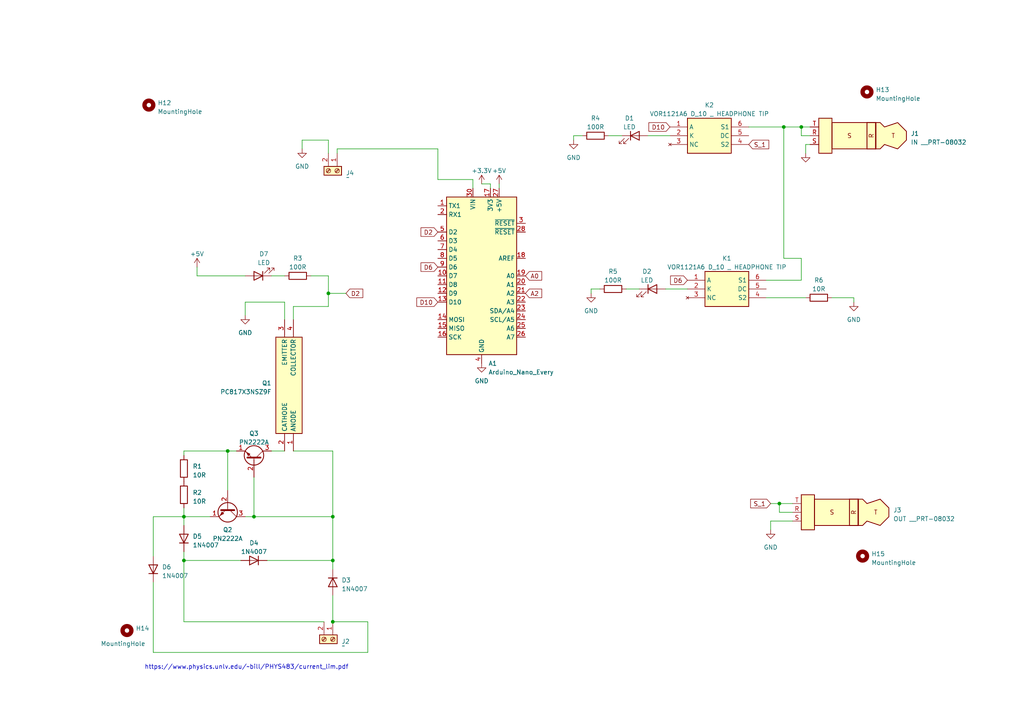
<source format=kicad_sch>
(kicad_sch (version 20230121) (generator eeschema)

  (uuid f5a7d6ae-5fcb-41de-85ba-468c3d571a6e)

  (paper "A4")

  (lib_symbols
    (symbol "Connector:Screw_Terminal_01x02" (pin_names (offset 1.016) hide) (in_bom yes) (on_board yes)
      (property "Reference" "J" (at 0 2.54 0)
        (effects (font (size 1.27 1.27)))
      )
      (property "Value" "Screw_Terminal_01x02" (at 0 -5.08 0)
        (effects (font (size 1.27 1.27)))
      )
      (property "Footprint" "" (at 0 0 0)
        (effects (font (size 1.27 1.27)) hide)
      )
      (property "Datasheet" "~" (at 0 0 0)
        (effects (font (size 1.27 1.27)) hide)
      )
      (property "ki_keywords" "screw terminal" (at 0 0 0)
        (effects (font (size 1.27 1.27)) hide)
      )
      (property "ki_description" "Generic screw terminal, single row, 01x02, script generated (kicad-library-utils/schlib/autogen/connector/)" (at 0 0 0)
        (effects (font (size 1.27 1.27)) hide)
      )
      (property "ki_fp_filters" "TerminalBlock*:*" (at 0 0 0)
        (effects (font (size 1.27 1.27)) hide)
      )
      (symbol "Screw_Terminal_01x02_1_1"
        (rectangle (start -1.27 1.27) (end 1.27 -3.81)
          (stroke (width 0.254) (type default))
          (fill (type background))
        )
        (circle (center 0 -2.54) (radius 0.635)
          (stroke (width 0.1524) (type default))
          (fill (type none))
        )
        (polyline
          (pts
            (xy -0.5334 -2.2098)
            (xy 0.3302 -3.048)
          )
          (stroke (width 0.1524) (type default))
          (fill (type none))
        )
        (polyline
          (pts
            (xy -0.5334 0.3302)
            (xy 0.3302 -0.508)
          )
          (stroke (width 0.1524) (type default))
          (fill (type none))
        )
        (polyline
          (pts
            (xy -0.3556 -2.032)
            (xy 0.508 -2.8702)
          )
          (stroke (width 0.1524) (type default))
          (fill (type none))
        )
        (polyline
          (pts
            (xy -0.3556 0.508)
            (xy 0.508 -0.3302)
          )
          (stroke (width 0.1524) (type default))
          (fill (type none))
        )
        (circle (center 0 0) (radius 0.635)
          (stroke (width 0.1524) (type default))
          (fill (type none))
        )
        (pin passive line (at -5.08 0 0) (length 3.81)
          (name "Pin_1" (effects (font (size 1.27 1.27))))
          (number "1" (effects (font (size 1.27 1.27))))
        )
        (pin passive line (at -5.08 -2.54 0) (length 3.81)
          (name "Pin_2" (effects (font (size 1.27 1.27))))
          (number "2" (effects (font (size 1.27 1.27))))
        )
      )
    )
    (symbol "Connector_Audio:AudioPlug3" (in_bom yes) (on_board yes)
      (property "Reference" "J" (at 1.27 6.35 0)
        (effects (font (size 1.27 1.27)))
      )
      (property "Value" "AudioPlug3" (at 1.27 -6.35 0)
        (effects (font (size 1.27 1.27)))
      )
      (property "Footprint" "" (at 2.54 -1.27 0)
        (effects (font (size 1.27 1.27)) hide)
      )
      (property "Datasheet" "~" (at 2.54 -1.27 0)
        (effects (font (size 1.27 1.27)) hide)
      )
      (property "ki_keywords" "audio jack plug stereo headphones TRRS connector 2.5mm 3.5mm 6.35mm" (at 0 0 0)
        (effects (font (size 1.27 1.27)) hide)
      )
      (property "ki_description" "Audio Jack, 3 Poles (Stereo / TRS)" (at 0 0 0)
        (effects (font (size 1.27 1.27)) hide)
      )
      (property "ki_fp_filters" "Plug*" (at 0 0 0)
        (effects (font (size 1.27 1.27)) hide)
      )
      (symbol "AudioPlug3_0_0"
        (text "R" (at -2.54 0 900)
          (effects (font (size 1.27 1.27)))
        )
      )
      (symbol "AudioPlug3_0_1"
        (rectangle (start -3.81 3.81) (end -1.27 -3.81)
          (stroke (width 0.254) (type default))
          (fill (type none))
        )
        (rectangle (start -1.27 -1.27) (end -1.27 -1.27)
          (stroke (width 0) (type default))
          (fill (type none))
        )
      )
      (symbol "AudioPlug3_1_0"
        (text "S" (at 3.81 0 0)
          (effects (font (size 1.27 1.27)))
        )
        (text "T" (at -8.89 0 0)
          (effects (font (size 1.27 1.27)))
        )
      )
      (symbol "AudioPlug3_1_1"
        (rectangle (start -3.81 3.81) (end 8.89 -3.81)
          (stroke (width 0.254) (type default))
          (fill (type background))
        )
        (polyline
          (pts
            (xy -3.81 3.81)
            (xy -5.08 3.81)
            (xy -6.35 2.54)
            (xy -10.16 3.81)
            (xy -12.7 1.27)
            (xy -12.7 -1.27)
            (xy -10.16 -3.81)
            (xy -6.35 -2.54)
            (xy -5.08 -3.81)
            (xy -3.81 -3.81)
            (xy -3.81 3.81)
          )
          (stroke (width 0.254) (type default))
          (fill (type background))
        )
        (rectangle (start 12.7 5.08) (end 8.89 -5.08)
          (stroke (width 0.254) (type default))
          (fill (type background))
        )
        (pin passive line (at 15.24 0 180) (length 2.54)
          (name "~" (effects (font (size 1.27 1.27))))
          (number "R" (effects (font (size 1.27 1.27))))
        )
        (pin passive line (at 15.24 2.54 180) (length 2.54)
          (name "~" (effects (font (size 1.27 1.27))))
          (number "S" (effects (font (size 1.27 1.27))))
        )
        (pin passive line (at 15.24 -2.54 180) (length 2.54)
          (name "~" (effects (font (size 1.27 1.27))))
          (number "T" (effects (font (size 1.27 1.27))))
        )
      )
    )
    (symbol "Device:D" (pin_numbers hide) (pin_names (offset 1.016) hide) (in_bom yes) (on_board yes)
      (property "Reference" "D" (at 0 2.54 0)
        (effects (font (size 1.27 1.27)))
      )
      (property "Value" "D" (at 0 -2.54 0)
        (effects (font (size 1.27 1.27)))
      )
      (property "Footprint" "" (at 0 0 0)
        (effects (font (size 1.27 1.27)) hide)
      )
      (property "Datasheet" "~" (at 0 0 0)
        (effects (font (size 1.27 1.27)) hide)
      )
      (property "Sim.Device" "D" (at 0 0 0)
        (effects (font (size 1.27 1.27)) hide)
      )
      (property "Sim.Pins" "1=K 2=A" (at 0 0 0)
        (effects (font (size 1.27 1.27)) hide)
      )
      (property "ki_keywords" "diode" (at 0 0 0)
        (effects (font (size 1.27 1.27)) hide)
      )
      (property "ki_description" "Diode" (at 0 0 0)
        (effects (font (size 1.27 1.27)) hide)
      )
      (property "ki_fp_filters" "TO-???* *_Diode_* *SingleDiode* D_*" (at 0 0 0)
        (effects (font (size 1.27 1.27)) hide)
      )
      (symbol "D_0_1"
        (polyline
          (pts
            (xy -1.27 1.27)
            (xy -1.27 -1.27)
          )
          (stroke (width 0.254) (type default))
          (fill (type none))
        )
        (polyline
          (pts
            (xy 1.27 0)
            (xy -1.27 0)
          )
          (stroke (width 0) (type default))
          (fill (type none))
        )
        (polyline
          (pts
            (xy 1.27 1.27)
            (xy 1.27 -1.27)
            (xy -1.27 0)
            (xy 1.27 1.27)
          )
          (stroke (width 0.254) (type default))
          (fill (type none))
        )
      )
      (symbol "D_1_1"
        (pin passive line (at -3.81 0 0) (length 2.54)
          (name "K" (effects (font (size 1.27 1.27))))
          (number "1" (effects (font (size 1.27 1.27))))
        )
        (pin passive line (at 3.81 0 180) (length 2.54)
          (name "A" (effects (font (size 1.27 1.27))))
          (number "2" (effects (font (size 1.27 1.27))))
        )
      )
    )
    (symbol "Device:LED" (pin_numbers hide) (pin_names (offset 1.016) hide) (in_bom yes) (on_board yes)
      (property "Reference" "D" (at 0 2.54 0)
        (effects (font (size 1.27 1.27)))
      )
      (property "Value" "LED" (at 0 -2.54 0)
        (effects (font (size 1.27 1.27)))
      )
      (property "Footprint" "" (at 0 0 0)
        (effects (font (size 1.27 1.27)) hide)
      )
      (property "Datasheet" "~" (at 0 0 0)
        (effects (font (size 1.27 1.27)) hide)
      )
      (property "ki_keywords" "LED diode" (at 0 0 0)
        (effects (font (size 1.27 1.27)) hide)
      )
      (property "ki_description" "Light emitting diode" (at 0 0 0)
        (effects (font (size 1.27 1.27)) hide)
      )
      (property "ki_fp_filters" "LED* LED_SMD:* LED_THT:*" (at 0 0 0)
        (effects (font (size 1.27 1.27)) hide)
      )
      (symbol "LED_0_1"
        (polyline
          (pts
            (xy -1.27 -1.27)
            (xy -1.27 1.27)
          )
          (stroke (width 0.254) (type default))
          (fill (type none))
        )
        (polyline
          (pts
            (xy -1.27 0)
            (xy 1.27 0)
          )
          (stroke (width 0) (type default))
          (fill (type none))
        )
        (polyline
          (pts
            (xy 1.27 -1.27)
            (xy 1.27 1.27)
            (xy -1.27 0)
            (xy 1.27 -1.27)
          )
          (stroke (width 0.254) (type default))
          (fill (type none))
        )
        (polyline
          (pts
            (xy -3.048 -0.762)
            (xy -4.572 -2.286)
            (xy -3.81 -2.286)
            (xy -4.572 -2.286)
            (xy -4.572 -1.524)
          )
          (stroke (width 0) (type default))
          (fill (type none))
        )
        (polyline
          (pts
            (xy -1.778 -0.762)
            (xy -3.302 -2.286)
            (xy -2.54 -2.286)
            (xy -3.302 -2.286)
            (xy -3.302 -1.524)
          )
          (stroke (width 0) (type default))
          (fill (type none))
        )
      )
      (symbol "LED_1_1"
        (pin passive line (at -3.81 0 0) (length 2.54)
          (name "K" (effects (font (size 1.27 1.27))))
          (number "1" (effects (font (size 1.27 1.27))))
        )
        (pin passive line (at 3.81 0 180) (length 2.54)
          (name "A" (effects (font (size 1.27 1.27))))
          (number "2" (effects (font (size 1.27 1.27))))
        )
      )
    )
    (symbol "Device:R" (pin_numbers hide) (pin_names (offset 0)) (in_bom yes) (on_board yes)
      (property "Reference" "R" (at 2.032 0 90)
        (effects (font (size 1.27 1.27)))
      )
      (property "Value" "R" (at 0 0 90)
        (effects (font (size 1.27 1.27)))
      )
      (property "Footprint" "" (at -1.778 0 90)
        (effects (font (size 1.27 1.27)) hide)
      )
      (property "Datasheet" "~" (at 0 0 0)
        (effects (font (size 1.27 1.27)) hide)
      )
      (property "ki_keywords" "R res resistor" (at 0 0 0)
        (effects (font (size 1.27 1.27)) hide)
      )
      (property "ki_description" "Resistor" (at 0 0 0)
        (effects (font (size 1.27 1.27)) hide)
      )
      (property "ki_fp_filters" "R_*" (at 0 0 0)
        (effects (font (size 1.27 1.27)) hide)
      )
      (symbol "R_0_1"
        (rectangle (start -1.016 -2.54) (end 1.016 2.54)
          (stroke (width 0.254) (type default))
          (fill (type none))
        )
      )
      (symbol "R_1_1"
        (pin passive line (at 0 3.81 270) (length 1.27)
          (name "~" (effects (font (size 1.27 1.27))))
          (number "1" (effects (font (size 1.27 1.27))))
        )
        (pin passive line (at 0 -3.81 90) (length 1.27)
          (name "~" (effects (font (size 1.27 1.27))))
          (number "2" (effects (font (size 1.27 1.27))))
        )
      )
    )
    (symbol "MCU_Module:Arduino_Nano_Every" (in_bom yes) (on_board yes)
      (property "Reference" "A" (at -10.16 23.495 0)
        (effects (font (size 1.27 1.27)) (justify left bottom))
      )
      (property "Value" "Arduino_Nano_Every" (at 5.08 -24.13 0)
        (effects (font (size 1.27 1.27)) (justify left top))
      )
      (property "Footprint" "Module:Arduino_Nano" (at 0 0 0)
        (effects (font (size 1.27 1.27) italic) hide)
      )
      (property "Datasheet" "https://content.arduino.cc/assets/NANOEveryV3.0_sch.pdf" (at 0 0 0)
        (effects (font (size 1.27 1.27)) hide)
      )
      (property "ki_keywords" "Arduino nano microcontroller module USB UPDI AATMega4809 AVR" (at 0 0 0)
        (effects (font (size 1.27 1.27)) hide)
      )
      (property "ki_description" "Arduino Nano Every" (at 0 0 0)
        (effects (font (size 1.27 1.27)) hide)
      )
      (property "ki_fp_filters" "Arduino*Nano*" (at 0 0 0)
        (effects (font (size 1.27 1.27)) hide)
      )
      (symbol "Arduino_Nano_Every_0_1"
        (rectangle (start -10.16 22.86) (end 10.16 -22.86)
          (stroke (width 0.254) (type default))
          (fill (type background))
        )
      )
      (symbol "Arduino_Nano_Every_1_1"
        (pin bidirectional line (at -12.7 20.32 0) (length 2.54)
          (name "TX1" (effects (font (size 1.27 1.27))))
          (number "1" (effects (font (size 1.27 1.27))))
        )
        (pin bidirectional line (at -12.7 0 0) (length 2.54)
          (name "D7" (effects (font (size 1.27 1.27))))
          (number "10" (effects (font (size 1.27 1.27))))
        )
        (pin bidirectional line (at -12.7 -2.54 0) (length 2.54)
          (name "D8" (effects (font (size 1.27 1.27))))
          (number "11" (effects (font (size 1.27 1.27))))
        )
        (pin bidirectional line (at -12.7 -5.08 0) (length 2.54)
          (name "D9" (effects (font (size 1.27 1.27))))
          (number "12" (effects (font (size 1.27 1.27))))
        )
        (pin bidirectional line (at -12.7 -7.62 0) (length 2.54)
          (name "D10" (effects (font (size 1.27 1.27))))
          (number "13" (effects (font (size 1.27 1.27))))
        )
        (pin bidirectional line (at -12.7 -12.7 0) (length 2.54)
          (name "MOSI" (effects (font (size 1.27 1.27))))
          (number "14" (effects (font (size 1.27 1.27))))
        )
        (pin bidirectional line (at -12.7 -15.24 0) (length 2.54)
          (name "MISO" (effects (font (size 1.27 1.27))))
          (number "15" (effects (font (size 1.27 1.27))))
        )
        (pin bidirectional line (at -12.7 -17.78 0) (length 2.54)
          (name "SCK" (effects (font (size 1.27 1.27))))
          (number "16" (effects (font (size 1.27 1.27))))
        )
        (pin power_out line (at 2.54 25.4 270) (length 2.54)
          (name "3V3" (effects (font (size 1.27 1.27))))
          (number "17" (effects (font (size 1.27 1.27))))
        )
        (pin input line (at 12.7 5.08 180) (length 2.54)
          (name "AREF" (effects (font (size 1.27 1.27))))
          (number "18" (effects (font (size 1.27 1.27))))
        )
        (pin bidirectional line (at 12.7 0 180) (length 2.54)
          (name "A0" (effects (font (size 1.27 1.27))))
          (number "19" (effects (font (size 1.27 1.27))))
        )
        (pin bidirectional line (at -12.7 17.78 0) (length 2.54)
          (name "RX1" (effects (font (size 1.27 1.27))))
          (number "2" (effects (font (size 1.27 1.27))))
        )
        (pin bidirectional line (at 12.7 -2.54 180) (length 2.54)
          (name "A1" (effects (font (size 1.27 1.27))))
          (number "20" (effects (font (size 1.27 1.27))))
        )
        (pin bidirectional line (at 12.7 -5.08 180) (length 2.54)
          (name "A2" (effects (font (size 1.27 1.27))))
          (number "21" (effects (font (size 1.27 1.27))))
        )
        (pin bidirectional line (at 12.7 -7.62 180) (length 2.54)
          (name "A3" (effects (font (size 1.27 1.27))))
          (number "22" (effects (font (size 1.27 1.27))))
        )
        (pin bidirectional line (at 12.7 -10.16 180) (length 2.54)
          (name "SDA/A4" (effects (font (size 1.27 1.27))))
          (number "23" (effects (font (size 1.27 1.27))))
        )
        (pin bidirectional line (at 12.7 -12.7 180) (length 2.54)
          (name "SCL/A5" (effects (font (size 1.27 1.27))))
          (number "24" (effects (font (size 1.27 1.27))))
        )
        (pin bidirectional line (at 12.7 -15.24 180) (length 2.54)
          (name "A6" (effects (font (size 1.27 1.27))))
          (number "25" (effects (font (size 1.27 1.27))))
        )
        (pin bidirectional line (at 12.7 -17.78 180) (length 2.54)
          (name "A7" (effects (font (size 1.27 1.27))))
          (number "26" (effects (font (size 1.27 1.27))))
        )
        (pin power_out line (at 5.08 25.4 270) (length 2.54)
          (name "+5V" (effects (font (size 1.27 1.27))))
          (number "27" (effects (font (size 1.27 1.27))))
        )
        (pin input line (at 12.7 12.7 180) (length 2.54)
          (name "~{RESET}" (effects (font (size 1.27 1.27))))
          (number "28" (effects (font (size 1.27 1.27))))
        )
        (pin passive line (at 0 -25.4 90) (length 2.54) hide
          (name "GND" (effects (font (size 1.27 1.27))))
          (number "29" (effects (font (size 1.27 1.27))))
        )
        (pin input line (at 12.7 15.24 180) (length 2.54)
          (name "~{RESET}" (effects (font (size 1.27 1.27))))
          (number "3" (effects (font (size 1.27 1.27))))
        )
        (pin power_in line (at -2.54 25.4 270) (length 2.54)
          (name "VIN" (effects (font (size 1.27 1.27))))
          (number "30" (effects (font (size 1.27 1.27))))
        )
        (pin power_in line (at 0 -25.4 90) (length 2.54)
          (name "GND" (effects (font (size 1.27 1.27))))
          (number "4" (effects (font (size 1.27 1.27))))
        )
        (pin bidirectional line (at -12.7 12.7 0) (length 2.54)
          (name "D2" (effects (font (size 1.27 1.27))))
          (number "5" (effects (font (size 1.27 1.27))))
        )
        (pin bidirectional line (at -12.7 10.16 0) (length 2.54)
          (name "D3" (effects (font (size 1.27 1.27))))
          (number "6" (effects (font (size 1.27 1.27))))
        )
        (pin bidirectional line (at -12.7 7.62 0) (length 2.54)
          (name "D4" (effects (font (size 1.27 1.27))))
          (number "7" (effects (font (size 1.27 1.27))))
        )
        (pin bidirectional line (at -12.7 5.08 0) (length 2.54)
          (name "D5" (effects (font (size 1.27 1.27))))
          (number "8" (effects (font (size 1.27 1.27))))
        )
        (pin bidirectional line (at -12.7 2.54 0) (length 2.54)
          (name "D6" (effects (font (size 1.27 1.27))))
          (number "9" (effects (font (size 1.27 1.27))))
        )
      )
    )
    (symbol "Mechanical:MountingHole" (pin_names (offset 1.016)) (in_bom yes) (on_board yes)
      (property "Reference" "H" (at 0 5.08 0)
        (effects (font (size 1.27 1.27)))
      )
      (property "Value" "MountingHole" (at 0 3.175 0)
        (effects (font (size 1.27 1.27)))
      )
      (property "Footprint" "" (at 0 0 0)
        (effects (font (size 1.27 1.27)) hide)
      )
      (property "Datasheet" "~" (at 0 0 0)
        (effects (font (size 1.27 1.27)) hide)
      )
      (property "ki_keywords" "mounting hole" (at 0 0 0)
        (effects (font (size 1.27 1.27)) hide)
      )
      (property "ki_description" "Mounting Hole without connection" (at 0 0 0)
        (effects (font (size 1.27 1.27)) hide)
      )
      (property "ki_fp_filters" "MountingHole*" (at 0 0 0)
        (effects (font (size 1.27 1.27)) hide)
      )
      (symbol "MountingHole_0_1"
        (circle (center 0 0) (radius 1.27)
          (stroke (width 1.27) (type default))
          (fill (type none))
        )
      )
    )
    (symbol "PC817X3NSZ9F:PC817X3NSZ9F" (in_bom yes) (on_board yes)
      (property "Reference" "Q" (at 34.29 7.62 0)
        (effects (font (size 1.27 1.27)) (justify left top))
      )
      (property "Value" "PC817X3NSZ9F" (at 34.29 5.08 0)
        (effects (font (size 1.27 1.27)) (justify left top))
      )
      (property "Footprint" "DIP762W60P254L460H450Q4N" (at 34.29 -94.92 0)
        (effects (font (size 1.27 1.27)) (justify left top) hide)
      )
      (property "Datasheet" "http://www.socle-tech.com/doc/IC%20Channel%20Product/Optoelectronic%20Components/Photocoupler/PC817X_NSZ9FSeries_SPEC.pdf" (at 34.29 -194.92 0)
        (effects (font (size 1.27 1.27)) (justify left top) hide)
      )
      (property "Height" "4.5" (at 34.29 -394.92 0)
        (effects (font (size 1.27 1.27)) (justify left top) hide)
      )
      (property "Manufacturer_Name" "Sharp Microelectronics" (at 34.29 -494.92 0)
        (effects (font (size 1.27 1.27)) (justify left top) hide)
      )
      (property "Manufacturer_Part_Number" "PC817X3NSZ9F" (at 34.29 -594.92 0)
        (effects (font (size 1.27 1.27)) (justify left top) hide)
      )
      (property "Mouser Part Number" "852-PC817X3NSZ9F" (at 34.29 -694.92 0)
        (effects (font (size 1.27 1.27)) (justify left top) hide)
      )
      (property "Mouser Price/Stock" "https://www.mouser.co.uk/ProductDetail/Sharp-Microelectronics/PC817X3NSZ9F?qs=rrS6PyfT74dWYZr%252B0rlaOw%3D%3D" (at 34.29 -794.92 0)
        (effects (font (size 1.27 1.27)) (justify left top) hide)
      )
      (property "Arrow Part Number" "" (at 34.29 -894.92 0)
        (effects (font (size 1.27 1.27)) (justify left top) hide)
      )
      (property "Arrow Price/Stock" "" (at 34.29 -994.92 0)
        (effects (font (size 1.27 1.27)) (justify left top) hide)
      )
      (property "ki_description" "Transistor Output Optocouplers Photocoupler" (at 0 0 0)
        (effects (font (size 1.27 1.27)) hide)
      )
      (symbol "PC817X3NSZ9F_1_1"
        (rectangle (start 5.08 2.54) (end 33.02 -5.08)
          (stroke (width 0.254) (type default))
          (fill (type background))
        )
        (pin passive line (at 0 0 0) (length 5.08)
          (name "ANODE" (effects (font (size 1.27 1.27))))
          (number "1" (effects (font (size 1.27 1.27))))
        )
        (pin passive line (at 0 -2.54 0) (length 5.08)
          (name "CATHODE" (effects (font (size 1.27 1.27))))
          (number "2" (effects (font (size 1.27 1.27))))
        )
        (pin passive line (at 38.1 -2.54 180) (length 5.08)
          (name "EMITTER" (effects (font (size 1.27 1.27))))
          (number "3" (effects (font (size 1.27 1.27))))
        )
        (pin passive line (at 38.1 0 180) (length 5.08)
          (name "COLLECTOR" (effects (font (size 1.27 1.27))))
          (number "4" (effects (font (size 1.27 1.27))))
        )
      )
    )
    (symbol "Transistor_BJT:PN2222A" (pin_names (offset 0) hide) (in_bom yes) (on_board yes)
      (property "Reference" "Q" (at 5.08 1.905 0)
        (effects (font (size 1.27 1.27)) (justify left))
      )
      (property "Value" "PN2222A" (at 5.08 0 0)
        (effects (font (size 1.27 1.27)) (justify left))
      )
      (property "Footprint" "Package_TO_SOT_THT:TO-92_Inline" (at 5.08 -1.905 0)
        (effects (font (size 1.27 1.27) italic) (justify left) hide)
      )
      (property "Datasheet" "https://www.onsemi.com/pub/Collateral/PN2222-D.PDF" (at 0 0 0)
        (effects (font (size 1.27 1.27)) (justify left) hide)
      )
      (property "ki_keywords" "NPN Transistor" (at 0 0 0)
        (effects (font (size 1.27 1.27)) hide)
      )
      (property "ki_description" "1A Ic, 40V Vce, NPN Transistor, General Purpose Transistor, TO-92" (at 0 0 0)
        (effects (font (size 1.27 1.27)) hide)
      )
      (property "ki_fp_filters" "TO?92*" (at 0 0 0)
        (effects (font (size 1.27 1.27)) hide)
      )
      (symbol "PN2222A_0_1"
        (polyline
          (pts
            (xy 0 0)
            (xy 0.635 0)
          )
          (stroke (width 0) (type default))
          (fill (type none))
        )
        (polyline
          (pts
            (xy 2.54 -2.54)
            (xy 0.635 -0.635)
          )
          (stroke (width 0) (type default))
          (fill (type none))
        )
        (polyline
          (pts
            (xy 2.54 2.54)
            (xy 0.635 0.635)
          )
          (stroke (width 0) (type default))
          (fill (type none))
        )
        (polyline
          (pts
            (xy 0.635 1.905)
            (xy 0.635 -1.905)
            (xy 0.635 -1.905)
          )
          (stroke (width 0.508) (type default))
          (fill (type none))
        )
        (polyline
          (pts
            (xy 2.413 -2.413)
            (xy 1.905 -1.905)
            (xy 1.905 -1.905)
          )
          (stroke (width 0) (type default))
          (fill (type none))
        )
        (polyline
          (pts
            (xy 1.143 -1.651)
            (xy 1.651 -1.143)
            (xy 2.159 -2.159)
            (xy 1.143 -1.651)
            (xy 1.143 -1.651)
          )
          (stroke (width 0) (type default))
          (fill (type outline))
        )
        (circle (center 1.27 0) (radius 2.8194)
          (stroke (width 0.254) (type default))
          (fill (type none))
        )
      )
      (symbol "PN2222A_1_1"
        (pin passive line (at 2.54 -5.08 90) (length 2.54)
          (name "E" (effects (font (size 1.27 1.27))))
          (number "1" (effects (font (size 1.27 1.27))))
        )
        (pin input line (at -5.08 0 0) (length 5.08)
          (name "B" (effects (font (size 1.27 1.27))))
          (number "2" (effects (font (size 1.27 1.27))))
        )
        (pin passive line (at 2.54 5.08 270) (length 2.54)
          (name "C" (effects (font (size 1.27 1.27))))
          (number "3" (effects (font (size 1.27 1.27))))
        )
      )
    )
    (symbol "VOR1121A6:VOR1121A6" (in_bom yes) (on_board yes)
      (property "Reference" "K" (at 19.05 7.62 0)
        (effects (font (size 1.27 1.27)) (justify left top))
      )
      (property "Value" "VOR1121A6" (at 19.05 5.08 0)
        (effects (font (size 1.27 1.27)) (justify left top))
      )
      (property "Footprint" "DIP762W60P254L725H470Q6N" (at 19.05 -94.92 0)
        (effects (font (size 1.27 1.27)) (justify left top) hide)
      )
      (property "Datasheet" "https://ms.componentsearchengine.com/Datasheets/2/VOR1121A6.pdf" (at 19.05 -194.92 0)
        (effects (font (size 1.27 1.27)) (justify left top) hide)
      )
      (property "Height" "4.7" (at 19.05 -394.92 0)
        (effects (font (size 1.27 1.27)) (justify left top) hide)
      )
      (property "Mouser Part Number" "78-VOR1121A6" (at 19.05 -494.92 0)
        (effects (font (size 1.27 1.27)) (justify left top) hide)
      )
      (property "Mouser Price/Stock" "https://www.mouser.co.uk/ProductDetail/Vishay-Semiconductors/VOR1121A6?qs=6ZHl3BmPMW1DMB42%2F3oj0g%3D%3D" (at 19.05 -594.92 0)
        (effects (font (size 1.27 1.27)) (justify left top) hide)
      )
      (property "Manufacturer_Name" "Vishay" (at 19.05 -694.92 0)
        (effects (font (size 1.27 1.27)) (justify left top) hide)
      )
      (property "Manufacturer_Part_Number" "VOR1121A6" (at 19.05 -794.92 0)
        (effects (font (size 1.27 1.27)) (justify left top) hide)
      )
      (property "ki_description" "Solid State Relays - PCB Mount Hi-Reliability SSR 5300 Vrms 370mA S Ch" (at 0 0 0)
        (effects (font (size 1.27 1.27)) hide)
      )
      (symbol "VOR1121A6_1_1"
        (rectangle (start 5.08 2.54) (end 17.78 -7.62)
          (stroke (width 0.254) (type default))
          (fill (type background))
        )
        (pin passive line (at 0 0 0) (length 5.08)
          (name "A" (effects (font (size 1.27 1.27))))
          (number "1" (effects (font (size 1.27 1.27))))
        )
        (pin passive line (at 0 -2.54 0) (length 5.08)
          (name "K" (effects (font (size 1.27 1.27))))
          (number "2" (effects (font (size 1.27 1.27))))
        )
        (pin no_connect line (at 0 -5.08 0) (length 5.08)
          (name "NC" (effects (font (size 1.27 1.27))))
          (number "3" (effects (font (size 1.27 1.27))))
        )
        (pin passive line (at 22.86 -5.08 180) (length 5.08)
          (name "S2" (effects (font (size 1.27 1.27))))
          (number "4" (effects (font (size 1.27 1.27))))
        )
        (pin passive line (at 22.86 -2.54 180) (length 5.08)
          (name "DC" (effects (font (size 1.27 1.27))))
          (number "5" (effects (font (size 1.27 1.27))))
        )
        (pin passive line (at 22.86 0 180) (length 5.08)
          (name "S1" (effects (font (size 1.27 1.27))))
          (number "6" (effects (font (size 1.27 1.27))))
        )
      )
    )
    (symbol "power:+3.3V" (power) (pin_names (offset 0)) (in_bom yes) (on_board yes)
      (property "Reference" "#PWR" (at 0 -3.81 0)
        (effects (font (size 1.27 1.27)) hide)
      )
      (property "Value" "+3.3V" (at 0 3.556 0)
        (effects (font (size 1.27 1.27)))
      )
      (property "Footprint" "" (at 0 0 0)
        (effects (font (size 1.27 1.27)) hide)
      )
      (property "Datasheet" "" (at 0 0 0)
        (effects (font (size 1.27 1.27)) hide)
      )
      (property "ki_keywords" "global power" (at 0 0 0)
        (effects (font (size 1.27 1.27)) hide)
      )
      (property "ki_description" "Power symbol creates a global label with name \"+3.3V\"" (at 0 0 0)
        (effects (font (size 1.27 1.27)) hide)
      )
      (symbol "+3.3V_0_1"
        (polyline
          (pts
            (xy -0.762 1.27)
            (xy 0 2.54)
          )
          (stroke (width 0) (type default))
          (fill (type none))
        )
        (polyline
          (pts
            (xy 0 0)
            (xy 0 2.54)
          )
          (stroke (width 0) (type default))
          (fill (type none))
        )
        (polyline
          (pts
            (xy 0 2.54)
            (xy 0.762 1.27)
          )
          (stroke (width 0) (type default))
          (fill (type none))
        )
      )
      (symbol "+3.3V_1_1"
        (pin power_in line (at 0 0 90) (length 0) hide
          (name "+3.3V" (effects (font (size 1.27 1.27))))
          (number "1" (effects (font (size 1.27 1.27))))
        )
      )
    )
    (symbol "power:+5V" (power) (pin_names (offset 0)) (in_bom yes) (on_board yes)
      (property "Reference" "#PWR" (at 0 -3.81 0)
        (effects (font (size 1.27 1.27)) hide)
      )
      (property "Value" "+5V" (at 0 3.556 0)
        (effects (font (size 1.27 1.27)))
      )
      (property "Footprint" "" (at 0 0 0)
        (effects (font (size 1.27 1.27)) hide)
      )
      (property "Datasheet" "" (at 0 0 0)
        (effects (font (size 1.27 1.27)) hide)
      )
      (property "ki_keywords" "global power" (at 0 0 0)
        (effects (font (size 1.27 1.27)) hide)
      )
      (property "ki_description" "Power symbol creates a global label with name \"+5V\"" (at 0 0 0)
        (effects (font (size 1.27 1.27)) hide)
      )
      (symbol "+5V_0_1"
        (polyline
          (pts
            (xy -0.762 1.27)
            (xy 0 2.54)
          )
          (stroke (width 0) (type default))
          (fill (type none))
        )
        (polyline
          (pts
            (xy 0 0)
            (xy 0 2.54)
          )
          (stroke (width 0) (type default))
          (fill (type none))
        )
        (polyline
          (pts
            (xy 0 2.54)
            (xy 0.762 1.27)
          )
          (stroke (width 0) (type default))
          (fill (type none))
        )
      )
      (symbol "+5V_1_1"
        (pin power_in line (at 0 0 90) (length 0) hide
          (name "+5V" (effects (font (size 1.27 1.27))))
          (number "1" (effects (font (size 1.27 1.27))))
        )
      )
    )
    (symbol "power:GND" (power) (pin_names (offset 0)) (in_bom yes) (on_board yes)
      (property "Reference" "#PWR" (at 0 -6.35 0)
        (effects (font (size 1.27 1.27)) hide)
      )
      (property "Value" "GND" (at 0 -3.81 0)
        (effects (font (size 1.27 1.27)))
      )
      (property "Footprint" "" (at 0 0 0)
        (effects (font (size 1.27 1.27)) hide)
      )
      (property "Datasheet" "" (at 0 0 0)
        (effects (font (size 1.27 1.27)) hide)
      )
      (property "ki_keywords" "global power" (at 0 0 0)
        (effects (font (size 1.27 1.27)) hide)
      )
      (property "ki_description" "Power symbol creates a global label with name \"GND\" , ground" (at 0 0 0)
        (effects (font (size 1.27 1.27)) hide)
      )
      (symbol "GND_0_1"
        (polyline
          (pts
            (xy 0 0)
            (xy 0 -1.27)
            (xy 1.27 -1.27)
            (xy 0 -2.54)
            (xy -1.27 -1.27)
            (xy 0 -1.27)
          )
          (stroke (width 0) (type default))
          (fill (type none))
        )
      )
      (symbol "GND_1_1"
        (pin power_in line (at 0 0 270) (length 0) hide
          (name "GND" (effects (font (size 1.27 1.27))))
          (number "1" (effects (font (size 1.27 1.27))))
        )
      )
    )
  )

  (junction (at 96.52 149.86) (diameter 0) (color 0 0 0 0)
    (uuid 08255a8c-f61c-41c5-b57f-7bee867070ee)
  )
  (junction (at 53.34 149.86) (diameter 0) (color 0 0 0 0)
    (uuid 0e03b071-f9f8-43ec-90c2-a32aee7895b4)
  )
  (junction (at 232.41 36.83) (diameter 0) (color 0 0 0 0)
    (uuid 267ddd97-8362-4b03-bcff-90e84f98d4de)
  )
  (junction (at 226.06 146.05) (diameter 0) (color 0 0 0 0)
    (uuid 47846289-ba7a-4558-8976-27ed20293628)
  )
  (junction (at 66.04 130.81) (diameter 0) (color 0 0 0 0)
    (uuid ad1b1d09-dfcd-4eaf-ae49-694905d72281)
  )
  (junction (at 227.33 36.83) (diameter 0) (color 0 0 0 0)
    (uuid c21ce03d-1878-465e-81d1-95abaed873ba)
  )
  (junction (at 95.25 85.09) (diameter 0) (color 0 0 0 0)
    (uuid e49405af-e786-4810-b838-96121fcc49d4)
  )
  (junction (at 96.52 180.34) (diameter 0) (color 0 0 0 0)
    (uuid f3c79c19-725a-4f64-afad-462f325aa334)
  )
  (junction (at 96.52 162.56) (diameter 0) (color 0 0 0 0)
    (uuid f8a492ce-5bc4-4ae6-aa0e-ec64cc193bed)
  )
  (junction (at 73.66 149.86) (diameter 0) (color 0 0 0 0)
    (uuid f8eb83de-1412-4034-a6ae-f24d8ff036e7)
  )
  (junction (at 53.34 162.56) (diameter 0) (color 0 0 0 0)
    (uuid fdc52aed-84e2-47ff-b0d3-c467d0f8042d)
  )

  (wire (pts (xy 222.25 86.36) (xy 233.68 86.36))
    (stroke (width 0) (type default))
    (uuid 024123ce-ca57-4b16-8d16-5f2cdddc09f3)
  )
  (wire (pts (xy 78.74 80.01) (xy 82.55 80.01))
    (stroke (width 0) (type default))
    (uuid 033dc267-76c5-47d2-9f84-332f6746b893)
  )
  (wire (pts (xy 82.55 87.63) (xy 82.55 92.71))
    (stroke (width 0) (type default))
    (uuid 0904004b-a6c9-45c1-8a55-b25d832c0210)
  )
  (wire (pts (xy 176.53 39.37) (xy 180.34 39.37))
    (stroke (width 0) (type default))
    (uuid 0fd0653f-27ae-4a99-9bde-d695759e6556)
  )
  (wire (pts (xy 53.34 162.56) (xy 53.34 180.34))
    (stroke (width 0) (type default))
    (uuid 108d44e6-d680-408c-8515-3446b2fb24e1)
  )
  (wire (pts (xy 223.52 151.13) (xy 229.87 151.13))
    (stroke (width 0) (type default))
    (uuid 13481bbf-7b8a-4875-94d1-027a5c9c238d)
  )
  (wire (pts (xy 71.12 87.63) (xy 82.55 87.63))
    (stroke (width 0) (type default))
    (uuid 138051f9-ce47-4b53-95c9-d0394f5fe7ea)
  )
  (wire (pts (xy 247.65 86.36) (xy 247.65 87.63))
    (stroke (width 0) (type default))
    (uuid 13d6829e-dd34-4138-9b61-cecd4308797d)
  )
  (wire (pts (xy 194.31 39.37) (xy 187.96 39.37))
    (stroke (width 0) (type default))
    (uuid 151c1a2b-8d20-4367-9054-b3fab2b71adb)
  )
  (wire (pts (xy 90.17 80.01) (xy 95.25 80.01))
    (stroke (width 0) (type default))
    (uuid 1b17970f-d2fe-418b-a1c7-615d347291d0)
  )
  (wire (pts (xy 199.39 83.82) (xy 193.04 83.82))
    (stroke (width 0) (type default))
    (uuid 1beb5007-2706-4180-b120-66fe7ca71d81)
  )
  (wire (pts (xy 53.34 162.56) (xy 69.85 162.56))
    (stroke (width 0) (type default))
    (uuid 1c4f779d-5344-437d-9e7a-ad3c9617d649)
  )
  (wire (pts (xy 226.06 148.59) (xy 229.87 148.59))
    (stroke (width 0) (type default))
    (uuid 1fd5e210-9b74-49a6-8448-41877faa6c9a)
  )
  (wire (pts (xy 96.52 165.1) (xy 96.52 162.56))
    (stroke (width 0) (type default))
    (uuid 28b5aa98-c3e9-4088-91bb-c4887b7aa6d1)
  )
  (wire (pts (xy 96.52 172.72) (xy 96.52 180.34))
    (stroke (width 0) (type default))
    (uuid 2952ea3c-f20e-42b6-8ab4-4254b8ca5baf)
  )
  (wire (pts (xy 66.04 130.81) (xy 66.04 142.24))
    (stroke (width 0) (type default))
    (uuid 2e311eea-9a1e-4e77-8007-c3035802bb40)
  )
  (wire (pts (xy 44.45 149.86) (xy 44.45 161.29))
    (stroke (width 0) (type default))
    (uuid 3041235a-22be-4443-b6a6-2d12377bce2a)
  )
  (wire (pts (xy 226.06 146.05) (xy 229.87 146.05))
    (stroke (width 0) (type default))
    (uuid 3073e5ac-82f6-4baa-9ae6-c70ab059d584)
  )
  (wire (pts (xy 96.52 130.81) (xy 96.52 149.86))
    (stroke (width 0) (type default))
    (uuid 34101be5-3410-4120-9efa-db92b1936005)
  )
  (wire (pts (xy 232.41 36.83) (xy 234.95 36.83))
    (stroke (width 0) (type default))
    (uuid 35bc7f64-79e6-4913-be9d-578b17b8b4fc)
  )
  (wire (pts (xy 73.66 138.43) (xy 73.66 149.86))
    (stroke (width 0) (type default))
    (uuid 38171731-6757-4bd7-8fcf-9d1a10cda4b7)
  )
  (wire (pts (xy 142.24 53.34) (xy 142.24 54.61))
    (stroke (width 0) (type default))
    (uuid 3a142633-c0cd-44e4-bbe8-d03e028bc9e3)
  )
  (wire (pts (xy 66.04 130.81) (xy 68.58 130.81))
    (stroke (width 0) (type default))
    (uuid 3c8c22f0-da37-4dd9-b58b-9f91c5b5c36f)
  )
  (wire (pts (xy 232.41 39.37) (xy 232.41 36.83))
    (stroke (width 0) (type default))
    (uuid 3f957de3-361a-4b86-a716-80bdd9d1850a)
  )
  (wire (pts (xy 232.41 81.28) (xy 222.25 81.28))
    (stroke (width 0) (type default))
    (uuid 41ede669-fb43-4843-99c6-8d850a779d8f)
  )
  (wire (pts (xy 137.16 52.07) (xy 137.16 54.61))
    (stroke (width 0) (type default))
    (uuid 5032566f-9661-4009-abed-ff7a93c31904)
  )
  (wire (pts (xy 241.3 86.36) (xy 247.65 86.36))
    (stroke (width 0) (type default))
    (uuid 528cae22-fda7-4218-8521-de35dcd9dbcb)
  )
  (wire (pts (xy 57.15 77.47) (xy 57.15 80.01))
    (stroke (width 0) (type default))
    (uuid 541ed8fd-29f1-423c-a51b-5d1487026e53)
  )
  (wire (pts (xy 227.33 36.83) (xy 227.33 74.93))
    (stroke (width 0) (type default))
    (uuid 594fa925-8cb5-4102-985b-d9d87199880a)
  )
  (wire (pts (xy 44.45 149.86) (xy 53.34 149.86))
    (stroke (width 0) (type default))
    (uuid 5a385c1f-9d66-4d49-ae61-4f131bdc7272)
  )
  (wire (pts (xy 96.52 149.86) (xy 96.52 162.56))
    (stroke (width 0) (type default))
    (uuid 5a723aa4-ba60-413d-944c-35bb3f4a9f0b)
  )
  (wire (pts (xy 144.78 53.34) (xy 144.78 54.61))
    (stroke (width 0) (type default))
    (uuid 6dcf86db-4d59-4483-a6be-38fa58b47a6a)
  )
  (wire (pts (xy 232.41 74.93) (xy 232.41 81.28))
    (stroke (width 0) (type default))
    (uuid 713ad1da-7a38-4f32-a275-dca62bcbaabc)
  )
  (wire (pts (xy 171.45 83.82) (xy 173.99 83.82))
    (stroke (width 0) (type default))
    (uuid 724ce713-4a05-41c4-b4e2-fc6381841a66)
  )
  (wire (pts (xy 44.45 168.91) (xy 44.45 189.23))
    (stroke (width 0) (type default))
    (uuid 74507e08-4442-46df-b40d-78d332b6c5e9)
  )
  (wire (pts (xy 53.34 147.32) (xy 53.34 149.86))
    (stroke (width 0) (type default))
    (uuid 773cba85-9451-440d-853f-64ade8f5aed4)
  )
  (wire (pts (xy 77.47 162.56) (xy 96.52 162.56))
    (stroke (width 0) (type default))
    (uuid 7abb9ba8-a545-463c-bdd2-46770278be07)
  )
  (wire (pts (xy 226.06 146.05) (xy 226.06 148.59))
    (stroke (width 0) (type default))
    (uuid 7fbaf9db-c712-43e7-81f9-6f9c27e74b53)
  )
  (wire (pts (xy 73.66 149.86) (xy 96.52 149.86))
    (stroke (width 0) (type default))
    (uuid 813c0e49-1139-42a8-b480-919ca4943b87)
  )
  (wire (pts (xy 53.34 130.81) (xy 53.34 132.08))
    (stroke (width 0) (type default))
    (uuid 84f2c2c8-5571-467c-8e54-fa1414ff2dce)
  )
  (wire (pts (xy 127 43.18) (xy 127 52.07))
    (stroke (width 0) (type default))
    (uuid 8720cf33-2621-454e-ad72-69d7b29664d0)
  )
  (wire (pts (xy 166.37 39.37) (xy 168.91 39.37))
    (stroke (width 0) (type default))
    (uuid 884f8af7-88df-48ab-9bd4-92e1809583ba)
  )
  (wire (pts (xy 97.79 43.18) (xy 127 43.18))
    (stroke (width 0) (type default))
    (uuid 8a338d85-ef03-42d0-a809-799a8ad35790)
  )
  (wire (pts (xy 223.52 146.05) (xy 226.06 146.05))
    (stroke (width 0) (type default))
    (uuid 8aaf9035-7280-4937-a98a-623168c71227)
  )
  (wire (pts (xy 95.25 85.09) (xy 95.25 88.9))
    (stroke (width 0) (type default))
    (uuid 9e5f52d8-8798-4085-ae8c-5b0b2fa28ffc)
  )
  (wire (pts (xy 78.74 130.81) (xy 82.55 130.81))
    (stroke (width 0) (type default))
    (uuid a6978055-d594-4e94-9219-aca0f240d2f6)
  )
  (wire (pts (xy 95.25 88.9) (xy 85.09 88.9))
    (stroke (width 0) (type default))
    (uuid a6e9694b-502d-4e2e-b4dd-758981d1c75a)
  )
  (wire (pts (xy 217.17 36.83) (xy 227.33 36.83))
    (stroke (width 0) (type default))
    (uuid a9c54208-3e9d-4a43-99d8-6bbf0f088e8e)
  )
  (wire (pts (xy 87.63 40.64) (xy 87.63 43.18))
    (stroke (width 0) (type default))
    (uuid ae5ef2dd-ae1f-4a4e-bcf6-7cf8b4bf5d20)
  )
  (wire (pts (xy 223.52 153.67) (xy 223.52 151.13))
    (stroke (width 0) (type default))
    (uuid b0871936-82bc-47b7-9256-62f2318b7ccc)
  )
  (wire (pts (xy 106.68 189.23) (xy 106.68 180.34))
    (stroke (width 0) (type default))
    (uuid b0b47bbb-458c-48aa-b934-6f71aa4c29b6)
  )
  (wire (pts (xy 227.33 74.93) (xy 232.41 74.93))
    (stroke (width 0) (type default))
    (uuid b5e24184-9936-4654-afb6-7e54ecae06d2)
  )
  (wire (pts (xy 166.37 39.37) (xy 166.37 40.64))
    (stroke (width 0) (type default))
    (uuid b6211ffd-fe85-4225-9068-892b0f6bf8f0)
  )
  (wire (pts (xy 171.45 83.82) (xy 171.45 85.09))
    (stroke (width 0) (type default))
    (uuid c33cf949-5262-4879-b298-fe9d1ba1027d)
  )
  (wire (pts (xy 234.95 39.37) (xy 232.41 39.37))
    (stroke (width 0) (type default))
    (uuid c5f74faa-fdce-4e23-8247-137be5db270d)
  )
  (wire (pts (xy 53.34 149.86) (xy 53.34 152.4))
    (stroke (width 0) (type default))
    (uuid c7c46b15-ce62-4f70-987a-82d008939978)
  )
  (wire (pts (xy 60.96 149.86) (xy 53.34 149.86))
    (stroke (width 0) (type default))
    (uuid c9b35386-253c-415a-8c33-8312513882a1)
  )
  (wire (pts (xy 71.12 149.86) (xy 73.66 149.86))
    (stroke (width 0) (type default))
    (uuid c9b959ac-417e-4fcd-88de-5de5bb4a7569)
  )
  (wire (pts (xy 139.7 53.34) (xy 142.24 53.34))
    (stroke (width 0) (type default))
    (uuid c9df800f-3426-4585-a0d0-36464f4858ea)
  )
  (wire (pts (xy 85.09 88.9) (xy 85.09 92.71))
    (stroke (width 0) (type default))
    (uuid cbeb98ed-2d47-47d0-9432-c3d786e58da9)
  )
  (wire (pts (xy 53.34 130.81) (xy 66.04 130.81))
    (stroke (width 0) (type default))
    (uuid cc78efae-43c3-4212-a08e-809ab2e3125f)
  )
  (wire (pts (xy 57.15 80.01) (xy 71.12 80.01))
    (stroke (width 0) (type default))
    (uuid d23d8784-60ed-43f1-a747-793c5abd385d)
  )
  (wire (pts (xy 71.12 87.63) (xy 71.12 91.44))
    (stroke (width 0) (type default))
    (uuid d5560bef-03ed-4a97-882d-d9bf346e58ff)
  )
  (wire (pts (xy 53.34 180.34) (xy 93.98 180.34))
    (stroke (width 0) (type default))
    (uuid dbf8d10e-891c-4d93-9faa-775a97a105ef)
  )
  (wire (pts (xy 53.34 160.02) (xy 53.34 162.56))
    (stroke (width 0) (type default))
    (uuid ddbd15b3-cf25-48bb-afbb-3909e7c92b65)
  )
  (wire (pts (xy 44.45 189.23) (xy 106.68 189.23))
    (stroke (width 0) (type default))
    (uuid df64bd1d-aeda-4c24-8259-59c78bd5e0a7)
  )
  (wire (pts (xy 85.09 130.81) (xy 96.52 130.81))
    (stroke (width 0) (type default))
    (uuid e07da32f-219c-433f-b9dc-94be72ef30a3)
  )
  (wire (pts (xy 97.79 43.18) (xy 97.79 44.45))
    (stroke (width 0) (type default))
    (uuid e2bb9acf-889d-4904-af71-bc474f115575)
  )
  (wire (pts (xy 227.33 36.83) (xy 232.41 36.83))
    (stroke (width 0) (type default))
    (uuid e3e30012-4dea-4c85-82e1-54ff2cf4a0df)
  )
  (wire (pts (xy 181.61 83.82) (xy 185.42 83.82))
    (stroke (width 0) (type default))
    (uuid e89d0c6f-0744-4498-8fd7-54d65c6ea2e4)
  )
  (wire (pts (xy 95.25 40.64) (xy 87.63 40.64))
    (stroke (width 0) (type default))
    (uuid e98251f6-34ad-4656-b3a8-07239efb07dd)
  )
  (wire (pts (xy 233.68 41.91) (xy 233.68 44.45))
    (stroke (width 0) (type default))
    (uuid ed96040f-cf2f-4df7-afc1-e69f5a87fe35)
  )
  (wire (pts (xy 95.25 85.09) (xy 100.33 85.09))
    (stroke (width 0) (type default))
    (uuid ee93a511-ddba-4744-8cf3-183bfaad787f)
  )
  (wire (pts (xy 95.25 80.01) (xy 95.25 85.09))
    (stroke (width 0) (type default))
    (uuid f59cf206-8fde-4b52-b121-988a06d40bc9)
  )
  (wire (pts (xy 127 52.07) (xy 137.16 52.07))
    (stroke (width 0) (type default))
    (uuid f69de301-0a93-4f8e-99e8-a5efc00cf096)
  )
  (wire (pts (xy 95.25 40.64) (xy 95.25 44.45))
    (stroke (width 0) (type default))
    (uuid f9536548-e80a-4244-9425-ddacee725e29)
  )
  (wire (pts (xy 233.68 41.91) (xy 234.95 41.91))
    (stroke (width 0) (type default))
    (uuid f980144f-5d15-4ba5-80e6-3bb68a6161a7)
  )
  (wire (pts (xy 106.68 180.34) (xy 96.52 180.34))
    (stroke (width 0) (type default))
    (uuid fb68e2ff-8981-477c-90a3-75ec3dbbba76)
  )

  (text "https://www.physics.unlv.edu/~bill/PHYS483/current_lim.pdf"
    (at 41.91 194.31 0)
    (effects (font (size 1.27 1.27)) (justify left bottom))
    (uuid 6eb49aae-541f-4f17-a043-3e32088195df)
  )

  (global_label "D10" (shape input) (at 127 87.63 180) (fields_autoplaced)
    (effects (font (size 1.27 1.27)) (justify right))
    (uuid 0fd0600b-2f42-4f79-b8b5-d5b8645034fe)
    (property "Intersheetrefs" "${INTERSHEET_REFS}" (at 120.4052 87.63 0)
      (effects (font (size 1.27 1.27)) (justify right) hide)
    )
  )
  (global_label "A0" (shape input) (at 152.4 80.01 0) (fields_autoplaced)
    (effects (font (size 1.27 1.27)) (justify left))
    (uuid 6e17a4ac-6604-4432-92f1-a23939c5167d)
    (property "Intersheetrefs" "${INTERSHEET_REFS}" (at 157.6039 80.01 0)
      (effects (font (size 1.27 1.27)) (justify left) hide)
    )
  )
  (global_label "A2" (shape input) (at 152.4 85.09 0) (fields_autoplaced)
    (effects (font (size 1.27 1.27)) (justify left))
    (uuid 7af28bb9-9024-4fb4-850e-7329fbeb9127)
    (property "Intersheetrefs" "${INTERSHEET_REFS}" (at 157.6039 85.09 0)
      (effects (font (size 1.27 1.27)) (justify left) hide)
    )
  )
  (global_label "D2" (shape input) (at 127 67.31 180) (fields_autoplaced)
    (effects (font (size 1.27 1.27)) (justify right))
    (uuid 8eed5c64-3d23-49c2-a8ba-4e0ab35ff366)
    (property "Intersheetrefs" "${INTERSHEET_REFS}" (at 121.6147 67.31 0)
      (effects (font (size 1.27 1.27)) (justify right) hide)
    )
  )
  (global_label "S_1" (shape input) (at 223.52 146.05 180) (fields_autoplaced)
    (effects (font (size 1.27 1.27)) (justify right))
    (uuid 928936e2-ec55-400b-99b2-6d9547b28bdb)
    (property "Intersheetrefs" "${INTERSHEET_REFS}" (at 217.2276 146.05 0)
      (effects (font (size 1.27 1.27)) (justify right) hide)
    )
  )
  (global_label "D6" (shape input) (at 127 77.47 180) (fields_autoplaced)
    (effects (font (size 1.27 1.27)) (justify right))
    (uuid 9f7d684f-0020-4667-aea4-991a48dfedbe)
    (property "Intersheetrefs" "${INTERSHEET_REFS}" (at 121.6147 77.47 0)
      (effects (font (size 1.27 1.27)) (justify right) hide)
    )
  )
  (global_label "D10" (shape input) (at 194.31 36.83 180) (fields_autoplaced)
    (effects (font (size 1.27 1.27)) (justify right))
    (uuid a44a4532-098f-42d8-9408-c19c8d25bd93)
    (property "Intersheetrefs" "${INTERSHEET_REFS}" (at 187.7152 36.83 0)
      (effects (font (size 1.27 1.27)) (justify right) hide)
    )
  )
  (global_label "D6" (shape input) (at 199.39 81.28 180) (fields_autoplaced)
    (effects (font (size 1.27 1.27)) (justify right))
    (uuid c1427d9a-0454-458e-bd9f-1d21d2b43523)
    (property "Intersheetrefs" "${INTERSHEET_REFS}" (at 194.0047 81.28 0)
      (effects (font (size 1.27 1.27)) (justify right) hide)
    )
  )
  (global_label "D2" (shape input) (at 100.33 85.09 0) (fields_autoplaced)
    (effects (font (size 1.27 1.27)) (justify left))
    (uuid d70afd8e-0c39-4435-abae-42fb828afad1)
    (property "Intersheetrefs" "${INTERSHEET_REFS}" (at 105.7153 85.09 0)
      (effects (font (size 1.27 1.27)) (justify left) hide)
    )
  )
  (global_label "S_1" (shape input) (at 217.17 41.91 0) (fields_autoplaced)
    (effects (font (size 1.27 1.27)) (justify left))
    (uuid f1328ef3-d2e8-45d4-9c65-469e817fc2e3)
    (property "Intersheetrefs" "${INTERSHEET_REFS}" (at 223.4624 41.91 0)
      (effects (font (size 1.27 1.27)) (justify left) hide)
    )
  )

  (symbol (lib_id "MCU_Module:Arduino_Nano_Every") (at 139.7 80.01 0) (unit 1)
    (in_bom yes) (on_board yes) (dnp no)
    (uuid 02a822d4-a8c3-4a95-9c9b-34b6aec09aac)
    (property "Reference" "A1" (at 141.6559 105.41 0)
      (effects (font (size 1.27 1.27)) (justify left))
    )
    (property "Value" "Arduino_Nano_Every" (at 141.6559 107.95 0)
      (effects (font (size 1.27 1.27)) (justify left))
    )
    (property "Footprint" "Module:Arduino_Nano" (at 139.7 80.01 0)
      (effects (font (size 1.27 1.27) italic) hide)
    )
    (property "Datasheet" "https://content.arduino.cc/assets/NANOEveryV3.0_sch.pdf" (at 139.7 80.01 0)
      (effects (font (size 1.27 1.27)) hide)
    )
    (pin "1" (uuid d8ef474e-e02d-445f-a4bc-847dc6de4054))
    (pin "10" (uuid c9b792b2-a330-4b8a-b0dd-2beb82e8ba33))
    (pin "11" (uuid 507acc3c-3668-4606-b696-d2d7829a28a3))
    (pin "12" (uuid 8b09f0e5-a9f2-46a8-bc57-eae4009e2c52))
    (pin "13" (uuid bdb032d2-005b-4560-8d4b-6344ebd77bd9))
    (pin "14" (uuid e69ec7e5-9695-4cdb-a52f-0726e0c567a2))
    (pin "15" (uuid c2218307-0c1f-4857-a5b9-2d844b443b01))
    (pin "16" (uuid a00a9e7f-0a58-489f-9896-79fc0e01da03))
    (pin "17" (uuid ff6120f0-3de7-48ea-af6b-d7d29ad687a5))
    (pin "18" (uuid eedd0154-77f7-406c-8061-00bbac0bdeb5))
    (pin "19" (uuid 922a2488-9102-458e-8449-dd9fc7c94765))
    (pin "2" (uuid 2a887142-6812-41f2-be48-8f32960e1fe2))
    (pin "20" (uuid 17ce5375-48e5-437c-997f-9929ee5447bb))
    (pin "21" (uuid 622049b0-c27a-461e-a7e6-584368ae636e))
    (pin "22" (uuid 23fc038c-6b2e-4caf-aaa8-3a548e31fd12))
    (pin "23" (uuid e4448cdf-a630-4669-8325-811780c38dda))
    (pin "24" (uuid 224011ec-c7ff-4365-8266-48d5ffc2fe63))
    (pin "25" (uuid e197b24f-7fcd-4bcd-b9b7-422fade63312))
    (pin "26" (uuid 1c63493a-eaf7-4122-be9d-4581cc1f70ef))
    (pin "27" (uuid b78dc64d-0507-40a5-afde-bdcf0571ef86))
    (pin "28" (uuid be21e7af-e670-4561-b37f-05e86de18765))
    (pin "29" (uuid 9a2222eb-935f-4849-b222-0508f760f993))
    (pin "3" (uuid d1bba0e6-7174-49c3-9cae-acf132ff5ddf))
    (pin "30" (uuid 517918b8-2ad6-48f8-bab7-c97184c030fe))
    (pin "4" (uuid dccba126-7720-4c42-8124-345203fc3e50))
    (pin "5" (uuid fdac37dd-6752-4b07-a59d-ff72e3a5e211))
    (pin "6" (uuid f988b694-23fb-440c-a32b-90ad00a1db40))
    (pin "7" (uuid f082cc15-541b-49e1-a159-064f295c64f7))
    (pin "8" (uuid ace0c7bc-6c44-4e3c-98bb-8b4add34385f))
    (pin "9" (uuid 8ff00581-5b54-4624-b606-f02ac212bc66))
    (instances
      (project "PCB_one_rev4"
        (path "/f5a7d6ae-5fcb-41de-85ba-468c3d571a6e"
          (reference "A1") (unit 1)
        )
      )
    )
  )

  (symbol (lib_id "Device:R") (at 237.49 86.36 270) (unit 1)
    (in_bom yes) (on_board yes) (dnp no) (fields_autoplaced)
    (uuid 0ad4a9f6-5847-46f5-938a-2eee8b62c071)
    (property "Reference" "R6" (at 237.49 81.28 90)
      (effects (font (size 1.27 1.27)))
    )
    (property "Value" "10R" (at 237.49 83.82 90)
      (effects (font (size 1.27 1.27)))
    )
    (property "Footprint" "Resistor_THT:R_Axial_DIN0204_L3.6mm_D1.6mm_P7.62mm_Horizontal" (at 237.49 84.582 90)
      (effects (font (size 1.27 1.27)) hide)
    )
    (property "Datasheet" "~" (at 237.49 86.36 0)
      (effects (font (size 1.27 1.27)) hide)
    )
    (pin "1" (uuid 916a1bdc-9e3a-4609-818f-bdcc72babe25))
    (pin "2" (uuid 93499d61-4907-40ad-ac44-1100ee3ef584))
    (instances
      (project "PCB_one_rev4"
        (path "/f5a7d6ae-5fcb-41de-85ba-468c3d571a6e"
          (reference "R6") (unit 1)
        )
      )
    )
  )

  (symbol (lib_id "Device:D") (at 53.34 156.21 90) (unit 1)
    (in_bom yes) (on_board yes) (dnp no) (fields_autoplaced)
    (uuid 199eea40-e8d4-452f-91fc-a167d9999586)
    (property "Reference" "D5" (at 55.88 155.575 90)
      (effects (font (size 1.27 1.27)) (justify right))
    )
    (property "Value" "1N4007" (at 55.88 158.115 90)
      (effects (font (size 1.27 1.27)) (justify right))
    )
    (property "Footprint" "Diode_THT:D_A-405_P7.62mm_Horizontal" (at 53.34 156.21 0)
      (effects (font (size 1.27 1.27)) hide)
    )
    (property "Datasheet" "~" (at 53.34 156.21 0)
      (effects (font (size 1.27 1.27)) hide)
    )
    (property "Sim.Device" "D" (at 53.34 156.21 0)
      (effects (font (size 1.27 1.27)) hide)
    )
    (property "Sim.Pins" "1=K 2=A" (at 53.34 156.21 0)
      (effects (font (size 1.27 1.27)) hide)
    )
    (pin "1" (uuid de75a735-7e74-4406-81e2-c9ed1d24a08d))
    (pin "2" (uuid e6d8f612-ce4a-41a9-8fbe-83e3b0f6c3d8))
    (instances
      (project "PCB_one_rev4"
        (path "/f5a7d6ae-5fcb-41de-85ba-468c3d571a6e"
          (reference "D5") (unit 1)
        )
      )
    )
  )

  (symbol (lib_id "Device:R") (at 53.34 143.51 0) (unit 1)
    (in_bom yes) (on_board yes) (dnp no) (fields_autoplaced)
    (uuid 2488d92b-0df9-4370-a908-dea2fea81e6e)
    (property "Reference" "R2" (at 55.88 142.875 0)
      (effects (font (size 1.27 1.27)) (justify left))
    )
    (property "Value" "10R" (at 55.88 145.415 0)
      (effects (font (size 1.27 1.27)) (justify left))
    )
    (property "Footprint" "Resistor_THT:R_Axial_DIN0204_L3.6mm_D1.6mm_P7.62mm_Horizontal" (at 51.562 143.51 90)
      (effects (font (size 1.27 1.27)) hide)
    )
    (property "Datasheet" "~" (at 53.34 143.51 0)
      (effects (font (size 1.27 1.27)) hide)
    )
    (pin "1" (uuid 4fcbc437-dc9e-48bf-a7c3-d0e9c12bb1bc))
    (pin "2" (uuid 10bc6e8f-758f-46a2-a032-de0fded69d92))
    (instances
      (project "PCB_one_rev4"
        (path "/f5a7d6ae-5fcb-41de-85ba-468c3d571a6e"
          (reference "R2") (unit 1)
        )
      )
    )
  )

  (symbol (lib_id "Device:R") (at 53.34 135.89 0) (unit 1)
    (in_bom yes) (on_board yes) (dnp no) (fields_autoplaced)
    (uuid 2a1639c9-d168-4bc0-a6c7-6e56e4ab7a2c)
    (property "Reference" "R1" (at 55.88 135.255 0)
      (effects (font (size 1.27 1.27)) (justify left))
    )
    (property "Value" "10R" (at 55.88 137.795 0)
      (effects (font (size 1.27 1.27)) (justify left))
    )
    (property "Footprint" "Resistor_THT:R_Axial_DIN0204_L3.6mm_D1.6mm_P7.62mm_Horizontal" (at 51.562 135.89 90)
      (effects (font (size 1.27 1.27)) hide)
    )
    (property "Datasheet" "~" (at 53.34 135.89 0)
      (effects (font (size 1.27 1.27)) hide)
    )
    (pin "1" (uuid ae98a45d-0273-4557-8e69-eb79cb0a5e97))
    (pin "2" (uuid f262292e-949a-442e-aeba-bae547d29600))
    (instances
      (project "PCB_one_rev4"
        (path "/f5a7d6ae-5fcb-41de-85ba-468c3d571a6e"
          (reference "R1") (unit 1)
        )
      )
    )
  )

  (symbol (lib_id "Connector_Audio:AudioPlug3") (at 250.19 39.37 180) (unit 1)
    (in_bom yes) (on_board yes) (dnp no) (fields_autoplaced)
    (uuid 2ae4ef71-4bd6-4983-a105-3a539d6c9852)
    (property "Reference" "J1" (at 264.16 38.735 0)
      (effects (font (size 1.27 1.27)) (justify right))
    )
    (property "Value" "IN __PRT-08032 " (at 264.16 41.275 0)
      (effects (font (size 1.27 1.27)) (justify right))
    )
    (property "Footprint" "Library:PRT-08032" (at 247.65 38.1 0)
      (effects (font (size 1.27 1.27)) hide)
    )
    (property "Datasheet" "~" (at 247.65 38.1 0)
      (effects (font (size 1.27 1.27)) hide)
    )
    (pin "R" (uuid 23aaf504-5bef-42bd-a903-d6bdd537c763))
    (pin "S" (uuid f101ecc4-c664-418c-bda9-a53c71052772))
    (pin "T" (uuid 41808260-1404-490d-bc95-188be76c7199))
    (instances
      (project "PCB_one_rev4"
        (path "/f5a7d6ae-5fcb-41de-85ba-468c3d571a6e"
          (reference "J1") (unit 1)
        )
      )
    )
  )

  (symbol (lib_id "Connector:Screw_Terminal_01x02") (at 96.52 185.42 270) (unit 1)
    (in_bom yes) (on_board yes) (dnp no) (fields_autoplaced)
    (uuid 35d327ed-e6dc-4be8-abda-7d338f6bf18e)
    (property "Reference" "J2" (at 99.06 186.055 90)
      (effects (font (size 1.27 1.27)) (justify left))
    )
    (property "Value" "~" (at 99.06 187.325 90)
      (effects (font (size 1.27 1.27)) (justify left))
    )
    (property "Footprint" "Resistor_THT:R_Axial_DIN0204_L3.6mm_D1.6mm_P5.08mm_Horizontal" (at 96.52 185.42 0)
      (effects (font (size 1.27 1.27)) hide)
    )
    (property "Datasheet" "~" (at 96.52 185.42 0)
      (effects (font (size 1.27 1.27)) hide)
    )
    (pin "1" (uuid da921373-1ba7-4fa2-bc83-ed3c15813947))
    (pin "2" (uuid d1be528a-2a51-4c20-8c04-ddbc1bc3e5e1))
    (instances
      (project "PCB_one_rev4"
        (path "/f5a7d6ae-5fcb-41de-85ba-468c3d571a6e"
          (reference "J2") (unit 1)
        )
      )
    )
  )

  (symbol (lib_id "power:+3.3V") (at 139.7 53.34 0) (unit 1)
    (in_bom yes) (on_board yes) (dnp no) (fields_autoplaced)
    (uuid 36796eec-c2b9-464c-8955-de3e591521b1)
    (property "Reference" "#PWR03" (at 139.7 57.15 0)
      (effects (font (size 1.27 1.27)) hide)
    )
    (property "Value" "+3.3V" (at 139.7 49.53 0)
      (effects (font (size 1.27 1.27)))
    )
    (property "Footprint" "" (at 139.7 53.34 0)
      (effects (font (size 1.27 1.27)) hide)
    )
    (property "Datasheet" "" (at 139.7 53.34 0)
      (effects (font (size 1.27 1.27)) hide)
    )
    (pin "1" (uuid 43a25683-c696-43c2-b299-36eb46cfb067))
    (instances
      (project "PCB_one_rev4"
        (path "/f5a7d6ae-5fcb-41de-85ba-468c3d571a6e"
          (reference "#PWR03") (unit 1)
        )
      )
    )
  )

  (symbol (lib_id "Device:D") (at 96.52 168.91 270) (unit 1)
    (in_bom yes) (on_board yes) (dnp no) (fields_autoplaced)
    (uuid 39f5854f-efb9-4b58-81f9-286baab0c6e6)
    (property "Reference" "D3" (at 99.06 168.275 90)
      (effects (font (size 1.27 1.27)) (justify left))
    )
    (property "Value" "1N4007" (at 99.06 170.815 90)
      (effects (font (size 1.27 1.27)) (justify left))
    )
    (property "Footprint" "Diode_THT:D_A-405_P7.62mm_Horizontal" (at 96.52 168.91 0)
      (effects (font (size 1.27 1.27)) hide)
    )
    (property "Datasheet" "~" (at 96.52 168.91 0)
      (effects (font (size 1.27 1.27)) hide)
    )
    (property "Sim.Device" "D" (at 96.52 168.91 0)
      (effects (font (size 1.27 1.27)) hide)
    )
    (property "Sim.Pins" "1=K 2=A" (at 96.52 168.91 0)
      (effects (font (size 1.27 1.27)) hide)
    )
    (pin "1" (uuid 24ffbeae-53c6-4981-acb9-0e6e45632d0d))
    (pin "2" (uuid 320235f0-8b25-4e26-b0fa-6f0383209363))
    (instances
      (project "PCB_one_rev4"
        (path "/f5a7d6ae-5fcb-41de-85ba-468c3d571a6e"
          (reference "D3") (unit 1)
        )
      )
    )
  )

  (symbol (lib_id "Transistor_BJT:PN2222A") (at 73.66 133.35 270) (mirror x) (unit 1)
    (in_bom yes) (on_board yes) (dnp no)
    (uuid 3fa93ac4-4b88-40e4-92f9-882adee0f52a)
    (property "Reference" "Q3" (at 73.66 125.73 90)
      (effects (font (size 1.27 1.27)))
    )
    (property "Value" "PN2222A" (at 73.66 128.27 90)
      (effects (font (size 1.27 1.27)))
    )
    (property "Footprint" "Package_TO_SOT_THT:TO-92_Inline" (at 71.755 128.27 0)
      (effects (font (size 1.27 1.27) italic) (justify left) hide)
    )
    (property "Datasheet" "https://www.onsemi.com/pub/Collateral/PN2222-D.PDF" (at 73.66 133.35 0)
      (effects (font (size 1.27 1.27)) (justify left) hide)
    )
    (pin "1" (uuid ce44241a-1f57-4be4-a735-0e98e1c418ea))
    (pin "2" (uuid d047ce52-76c4-4e7f-b752-5af7081c5940))
    (pin "3" (uuid be7b67f0-a5c1-42b6-a2b7-3d49bdb3f8d1))
    (instances
      (project "PCB_one_rev4"
        (path "/f5a7d6ae-5fcb-41de-85ba-468c3d571a6e"
          (reference "Q3") (unit 1)
        )
      )
    )
  )

  (symbol (lib_id "power:+5V") (at 57.15 77.47 0) (unit 1)
    (in_bom yes) (on_board yes) (dnp no) (fields_autoplaced)
    (uuid 44939be1-82eb-4c26-a3f6-8144a1232dc0)
    (property "Reference" "#PWR011" (at 57.15 81.28 0)
      (effects (font (size 1.27 1.27)) hide)
    )
    (property "Value" "+5V" (at 57.15 73.66 0)
      (effects (font (size 1.27 1.27)))
    )
    (property "Footprint" "" (at 57.15 77.47 0)
      (effects (font (size 1.27 1.27)) hide)
    )
    (property "Datasheet" "" (at 57.15 77.47 0)
      (effects (font (size 1.27 1.27)) hide)
    )
    (pin "1" (uuid e411d377-d3e2-4d0e-80c0-a8028e34c527))
    (instances
      (project "PCB_one_rev4"
        (path "/f5a7d6ae-5fcb-41de-85ba-468c3d571a6e"
          (reference "#PWR011") (unit 1)
        )
      )
    )
  )

  (symbol (lib_id "power:GND") (at 171.45 85.09 0) (unit 1)
    (in_bom yes) (on_board yes) (dnp no) (fields_autoplaced)
    (uuid 4d0d7c78-238a-4e0b-84fc-9238199fa5c1)
    (property "Reference" "#PWR08" (at 171.45 91.44 0)
      (effects (font (size 1.27 1.27)) hide)
    )
    (property "Value" "GND" (at 171.45 90.17 0)
      (effects (font (size 1.27 1.27)))
    )
    (property "Footprint" "" (at 171.45 85.09 0)
      (effects (font (size 1.27 1.27)) hide)
    )
    (property "Datasheet" "" (at 171.45 85.09 0)
      (effects (font (size 1.27 1.27)) hide)
    )
    (pin "1" (uuid 3f45ed91-ea41-4020-9e87-ad6e585c7f9f))
    (instances
      (project "PCB_one_rev4"
        (path "/f5a7d6ae-5fcb-41de-85ba-468c3d571a6e"
          (reference "#PWR08") (unit 1)
        )
      )
    )
  )

  (symbol (lib_id "PC817X3NSZ9F:PC817X3NSZ9F") (at 85.09 130.81 270) (mirror x) (unit 1)
    (in_bom yes) (on_board yes) (dnp no)
    (uuid 4ddcdc6c-4a21-49fc-8972-2d4fbf623835)
    (property "Reference" "Q1" (at 78.74 111.125 90)
      (effects (font (size 1.27 1.27)) (justify right))
    )
    (property "Value" "PC817X3NSZ9F" (at 78.74 113.665 90)
      (effects (font (size 1.27 1.27)) (justify right))
    )
    (property "Footprint" "Package_DIP:DIP-4_W7.62mm" (at -9.83 96.52 0)
      (effects (font (size 1.27 1.27)) (justify left top) hide)
    )
    (property "Datasheet" "http://www.socle-tech.com/doc/IC%20Channel%20Product/Optoelectronic%20Components/Photocoupler/PC817X_NSZ9FSeries_SPEC.pdf" (at -109.83 96.52 0)
      (effects (font (size 1.27 1.27)) (justify left top) hide)
    )
    (property "Height" "4.5" (at -309.83 96.52 0)
      (effects (font (size 1.27 1.27)) (justify left top) hide)
    )
    (property "Manufacturer_Name" "Sharp Microelectronics" (at -409.83 96.52 0)
      (effects (font (size 1.27 1.27)) (justify left top) hide)
    )
    (property "Manufacturer_Part_Number" "PC817X3NSZ9F" (at -509.83 96.52 0)
      (effects (font (size 1.27 1.27)) (justify left top) hide)
    )
    (property "Mouser Part Number" "852-PC817X3NSZ9F" (at -609.83 96.52 0)
      (effects (font (size 1.27 1.27)) (justify left top) hide)
    )
    (property "Mouser Price/Stock" "https://www.mouser.co.uk/ProductDetail/Sharp-Microelectronics/PC817X3NSZ9F?qs=rrS6PyfT74dWYZr%252B0rlaOw%3D%3D" (at -709.83 96.52 0)
      (effects (font (size 1.27 1.27)) (justify left top) hide)
    )
    (property "Arrow Part Number" "" (at -809.83 96.52 0)
      (effects (font (size 1.27 1.27)) (justify left top) hide)
    )
    (property "Arrow Price/Stock" "" (at -909.83 96.52 0)
      (effects (font (size 1.27 1.27)) (justify left top) hide)
    )
    (pin "1" (uuid 2774f202-a827-4e15-aad9-98780eef5a45))
    (pin "2" (uuid 809013c4-8c65-4c54-a406-0cef077a51ca))
    (pin "3" (uuid 2e519523-db7a-43d4-ab0e-1de668bb8192))
    (pin "4" (uuid a5287331-6a18-41c7-aa41-195258f8da11))
    (instances
      (project "PCB_one_rev4"
        (path "/f5a7d6ae-5fcb-41de-85ba-468c3d571a6e"
          (reference "Q1") (unit 1)
        )
      )
    )
  )

  (symbol (lib_id "Mechanical:MountingHole") (at 36.83 182.88 0) (unit 1)
    (in_bom yes) (on_board yes) (dnp no)
    (uuid 4ed9cfbc-bc24-460d-84b0-b9f1d36c5c5e)
    (property "Reference" "H14" (at 39.37 182.245 0)
      (effects (font (size 1.27 1.27)) (justify left))
    )
    (property "Value" "MountingHole" (at 29.21 186.69 0)
      (effects (font (size 1.27 1.27)) (justify left))
    )
    (property "Footprint" "MountingHole:MountingHole_3.2mm_M3" (at 36.83 182.88 0)
      (effects (font (size 1.27 1.27)) hide)
    )
    (property "Datasheet" "~" (at 36.83 182.88 0)
      (effects (font (size 1.27 1.27)) hide)
    )
    (instances
      (project "PCB_one_rev4"
        (path "/f5a7d6ae-5fcb-41de-85ba-468c3d571a6e"
          (reference "H14") (unit 1)
        )
      )
    )
  )

  (symbol (lib_id "Mechanical:MountingHole") (at 250.19 161.29 0) (unit 1)
    (in_bom yes) (on_board yes) (dnp no) (fields_autoplaced)
    (uuid 50aa033e-4b78-4de2-bc9d-b7d3cb07276a)
    (property "Reference" "H15" (at 252.73 160.655 0)
      (effects (font (size 1.27 1.27)) (justify left))
    )
    (property "Value" "MountingHole" (at 252.73 163.195 0)
      (effects (font (size 1.27 1.27)) (justify left))
    )
    (property "Footprint" "MountingHole:MountingHole_3.2mm_M3" (at 250.19 161.29 0)
      (effects (font (size 1.27 1.27)) hide)
    )
    (property "Datasheet" "~" (at 250.19 161.29 0)
      (effects (font (size 1.27 1.27)) hide)
    )
    (instances
      (project "PCB_one_rev4"
        (path "/f5a7d6ae-5fcb-41de-85ba-468c3d571a6e"
          (reference "H15") (unit 1)
        )
      )
    )
  )

  (symbol (lib_id "Connector_Audio:AudioPlug3") (at 245.11 148.59 180) (unit 1)
    (in_bom yes) (on_board yes) (dnp no) (fields_autoplaced)
    (uuid 51743eff-b6da-451c-8f93-6edd07d7a02b)
    (property "Reference" "J3" (at 259.08 147.955 0)
      (effects (font (size 1.27 1.27)) (justify right))
    )
    (property "Value" "OUT __PRT-08032 " (at 259.08 150.495 0)
      (effects (font (size 1.27 1.27)) (justify right))
    )
    (property "Footprint" "Library:PRT-08032" (at 242.57 147.32 0)
      (effects (font (size 1.27 1.27)) hide)
    )
    (property "Datasheet" "~" (at 242.57 147.32 0)
      (effects (font (size 1.27 1.27)) hide)
    )
    (pin "R" (uuid 7657bd1c-ee11-4070-986f-0d313468dee7))
    (pin "S" (uuid b861b643-87e7-4dfe-955e-1120f190c20e))
    (pin "T" (uuid f0ef45cc-4710-4195-941f-d0ca49cf01d9))
    (instances
      (project "PCB_one_rev4"
        (path "/f5a7d6ae-5fcb-41de-85ba-468c3d571a6e"
          (reference "J3") (unit 1)
        )
      )
    )
  )

  (symbol (lib_id "power:+5V") (at 144.78 53.34 0) (unit 1)
    (in_bom yes) (on_board yes) (dnp no) (fields_autoplaced)
    (uuid 5fbe14f5-889e-426d-a6d6-b6371bbe381c)
    (property "Reference" "#PWR02" (at 144.78 57.15 0)
      (effects (font (size 1.27 1.27)) hide)
    )
    (property "Value" "+5V" (at 144.78 49.53 0)
      (effects (font (size 1.27 1.27)))
    )
    (property "Footprint" "" (at 144.78 53.34 0)
      (effects (font (size 1.27 1.27)) hide)
    )
    (property "Datasheet" "" (at 144.78 53.34 0)
      (effects (font (size 1.27 1.27)) hide)
    )
    (pin "1" (uuid 28c7dd48-4704-40f3-8987-9d2bc6255ea2))
    (instances
      (project "PCB_one_rev4"
        (path "/f5a7d6ae-5fcb-41de-85ba-468c3d571a6e"
          (reference "#PWR02") (unit 1)
        )
      )
    )
  )

  (symbol (lib_id "power:GND") (at 87.63 43.18 0) (unit 1)
    (in_bom yes) (on_board yes) (dnp no) (fields_autoplaced)
    (uuid 661fd7c6-7b6d-4152-8332-592e2001f037)
    (property "Reference" "#PWR010" (at 87.63 49.53 0)
      (effects (font (size 1.27 1.27)) hide)
    )
    (property "Value" "GND" (at 87.63 48.26 0)
      (effects (font (size 1.27 1.27)))
    )
    (property "Footprint" "" (at 87.63 43.18 0)
      (effects (font (size 1.27 1.27)) hide)
    )
    (property "Datasheet" "" (at 87.63 43.18 0)
      (effects (font (size 1.27 1.27)) hide)
    )
    (pin "1" (uuid 884da600-6f1c-4e96-a0b4-8d97f5e4225a))
    (instances
      (project "PCB_one_rev4"
        (path "/f5a7d6ae-5fcb-41de-85ba-468c3d571a6e"
          (reference "#PWR010") (unit 1)
        )
      )
    )
  )

  (symbol (lib_id "VOR1121A6:VOR1121A6") (at 199.39 81.28 0) (unit 1)
    (in_bom yes) (on_board yes) (dnp no) (fields_autoplaced)
    (uuid 72a95f47-6781-40e2-a15b-c3904187c248)
    (property "Reference" "K1" (at 210.82 74.93 0)
      (effects (font (size 1.27 1.27)))
    )
    (property "Value" "VOR1121A6 D_10 _ HEADPHONE TIP" (at 210.82 77.47 0)
      (effects (font (size 1.27 1.27)))
    )
    (property "Footprint" "Package_DIP:DIP-6_W7.62mm" (at 218.44 176.2 0)
      (effects (font (size 1.27 1.27)) (justify left top) hide)
    )
    (property "Datasheet" "https://ms.componentsearchengine.com/Datasheets/2/VOR1121A6.pdf" (at 218.44 276.2 0)
      (effects (font (size 1.27 1.27)) (justify left top) hide)
    )
    (property "Height" "4.7" (at 218.44 476.2 0)
      (effects (font (size 1.27 1.27)) (justify left top) hide)
    )
    (property "Mouser Part Number" "78-VOR1121A6" (at 218.44 576.2 0)
      (effects (font (size 1.27 1.27)) (justify left top) hide)
    )
    (property "Mouser Price/Stock" "https://www.mouser.co.uk/ProductDetail/Vishay-Semiconductors/VOR1121A6?qs=6ZHl3BmPMW1DMB42%2F3oj0g%3D%3D" (at 218.44 676.2 0)
      (effects (font (size 1.27 1.27)) (justify left top) hide)
    )
    (property "Manufacturer_Name" "Vishay" (at 218.44 776.2 0)
      (effects (font (size 1.27 1.27)) (justify left top) hide)
    )
    (property "Manufacturer_Part_Number" "VOR1121A6" (at 218.44 876.2 0)
      (effects (font (size 1.27 1.27)) (justify left top) hide)
    )
    (pin "1" (uuid 8581a47a-1ede-4d57-a7a1-8ad8e029b26c))
    (pin "2" (uuid 936385ec-c7b4-4e52-be40-0fa1788a7238))
    (pin "3" (uuid d50f5e11-76cc-44f4-ae64-0ab727ab0ea0))
    (pin "4" (uuid 646d4fd5-3ec1-47d2-aa91-84bd9143dfc7))
    (pin "5" (uuid ea2208aa-3d74-44b1-a300-4ab4bb0e796e))
    (pin "6" (uuid 69a5e56d-9b85-4787-aa54-7186c420714f))
    (instances
      (project "PCB_one_rev4"
        (path "/f5a7d6ae-5fcb-41de-85ba-468c3d571a6e"
          (reference "K1") (unit 1)
        )
      )
    )
  )

  (symbol (lib_id "Device:LED") (at 184.15 39.37 0) (unit 1)
    (in_bom yes) (on_board yes) (dnp no) (fields_autoplaced)
    (uuid 83ac58cf-c7f2-44a1-8bac-3774f9a98166)
    (property "Reference" "D1" (at 182.5625 34.29 0)
      (effects (font (size 1.27 1.27)))
    )
    (property "Value" "LED" (at 182.5625 36.83 0)
      (effects (font (size 1.27 1.27)))
    )
    (property "Footprint" "Diode_THT:D_A-405_P7.62mm_Horizontal" (at 184.15 39.37 0)
      (effects (font (size 1.27 1.27)) hide)
    )
    (property "Datasheet" "~" (at 184.15 39.37 0)
      (effects (font (size 1.27 1.27)) hide)
    )
    (pin "1" (uuid 7840119b-d42e-4d22-ab7f-1a586b5277dc))
    (pin "2" (uuid a702ff00-d742-4b76-8216-4b5177e773bc))
    (instances
      (project "PCB_one_rev4"
        (path "/f5a7d6ae-5fcb-41de-85ba-468c3d571a6e"
          (reference "D1") (unit 1)
        )
      )
    )
  )

  (symbol (lib_id "power:GND") (at 139.7 105.41 0) (unit 1)
    (in_bom yes) (on_board yes) (dnp no) (fields_autoplaced)
    (uuid 84810016-e7f0-4d89-a266-33f2404b3a96)
    (property "Reference" "#PWR01" (at 139.7 111.76 0)
      (effects (font (size 1.27 1.27)) hide)
    )
    (property "Value" "GND" (at 139.7 110.49 0)
      (effects (font (size 1.27 1.27)))
    )
    (property "Footprint" "" (at 139.7 105.41 0)
      (effects (font (size 1.27 1.27)) hide)
    )
    (property "Datasheet" "" (at 139.7 105.41 0)
      (effects (font (size 1.27 1.27)) hide)
    )
    (pin "1" (uuid 2385069e-a331-4b5c-9d9f-143f9b255176))
    (instances
      (project "PCB_one_rev4"
        (path "/f5a7d6ae-5fcb-41de-85ba-468c3d571a6e"
          (reference "#PWR01") (unit 1)
        )
      )
    )
  )

  (symbol (lib_id "Mechanical:MountingHole") (at 43.18 30.48 0) (unit 1)
    (in_bom yes) (on_board yes) (dnp no) (fields_autoplaced)
    (uuid 8df3b97f-a865-4b5f-9ce0-1fb7dfc115ab)
    (property "Reference" "H12" (at 45.72 29.845 0)
      (effects (font (size 1.27 1.27)) (justify left))
    )
    (property "Value" "MountingHole" (at 45.72 32.385 0)
      (effects (font (size 1.27 1.27)) (justify left))
    )
    (property "Footprint" "MountingHole:MountingHole_3.2mm_M3" (at 43.18 30.48 0)
      (effects (font (size 1.27 1.27)) hide)
    )
    (property "Datasheet" "~" (at 43.18 30.48 0)
      (effects (font (size 1.27 1.27)) hide)
    )
    (instances
      (project "PCB_one_rev4"
        (path "/f5a7d6ae-5fcb-41de-85ba-468c3d571a6e"
          (reference "H12") (unit 1)
        )
      )
    )
  )

  (symbol (lib_id "power:GND") (at 166.37 40.64 0) (unit 1)
    (in_bom yes) (on_board yes) (dnp no) (fields_autoplaced)
    (uuid 920503c0-22f8-4ffd-9d6f-3edf7b20f6bc)
    (property "Reference" "#PWR05" (at 166.37 46.99 0)
      (effects (font (size 1.27 1.27)) hide)
    )
    (property "Value" "GND" (at 166.37 45.72 0)
      (effects (font (size 1.27 1.27)))
    )
    (property "Footprint" "" (at 166.37 40.64 0)
      (effects (font (size 1.27 1.27)) hide)
    )
    (property "Datasheet" "" (at 166.37 40.64 0)
      (effects (font (size 1.27 1.27)) hide)
    )
    (pin "1" (uuid c5d74481-8e7d-471a-9b07-44ae9f5d2c71))
    (instances
      (project "PCB_one_rev4"
        (path "/f5a7d6ae-5fcb-41de-85ba-468c3d571a6e"
          (reference "#PWR05") (unit 1)
        )
      )
    )
  )

  (symbol (lib_id "Device:R") (at 172.72 39.37 90) (unit 1)
    (in_bom yes) (on_board yes) (dnp no) (fields_autoplaced)
    (uuid 93c8e0a4-9a58-480f-8203-8b5422ef5c33)
    (property "Reference" "R4" (at 172.72 34.29 90)
      (effects (font (size 1.27 1.27)))
    )
    (property "Value" "100R" (at 172.72 36.83 90)
      (effects (font (size 1.27 1.27)))
    )
    (property "Footprint" "Resistor_THT:R_Axial_DIN0204_L3.6mm_D1.6mm_P7.62mm_Horizontal" (at 172.72 41.148 90)
      (effects (font (size 1.27 1.27)) hide)
    )
    (property "Datasheet" "~" (at 172.72 39.37 0)
      (effects (font (size 1.27 1.27)) hide)
    )
    (pin "1" (uuid b7a07482-d047-4b87-bafa-af480086d4e6))
    (pin "2" (uuid 90280ba2-2670-4dd8-ba16-9c833deb93e4))
    (instances
      (project "PCB_one_rev4"
        (path "/f5a7d6ae-5fcb-41de-85ba-468c3d571a6e"
          (reference "R4") (unit 1)
        )
      )
    )
  )

  (symbol (lib_id "Transistor_BJT:PN2222A") (at 66.04 147.32 270) (unit 1)
    (in_bom yes) (on_board yes) (dnp no) (fields_autoplaced)
    (uuid 9e28bee0-bfca-4731-b42b-066c3a4b56b5)
    (property "Reference" "Q2" (at 66.04 153.67 90)
      (effects (font (size 1.27 1.27)))
    )
    (property "Value" "PN2222A" (at 66.04 156.21 90)
      (effects (font (size 1.27 1.27)))
    )
    (property "Footprint" "Package_TO_SOT_THT:TO-92_Inline" (at 64.135 152.4 0)
      (effects (font (size 1.27 1.27) italic) (justify left) hide)
    )
    (property "Datasheet" "https://www.onsemi.com/pub/Collateral/PN2222-D.PDF" (at 66.04 147.32 0)
      (effects (font (size 1.27 1.27)) (justify left) hide)
    )
    (pin "1" (uuid c1855877-de63-4e7a-88ad-027366ac1176))
    (pin "2" (uuid 62bb9f34-c0a0-4d77-8fd2-a7ede71d45ac))
    (pin "3" (uuid c67ec962-e335-480e-ae2b-e1953a56de0d))
    (instances
      (project "PCB_one_rev4"
        (path "/f5a7d6ae-5fcb-41de-85ba-468c3d571a6e"
          (reference "Q2") (unit 1)
        )
      )
    )
  )

  (symbol (lib_id "Device:LED") (at 189.23 83.82 0) (unit 1)
    (in_bom yes) (on_board yes) (dnp no) (fields_autoplaced)
    (uuid a9dc8ee9-ba4a-493b-afee-ac734b7afc71)
    (property "Reference" "D2" (at 187.6425 78.74 0)
      (effects (font (size 1.27 1.27)))
    )
    (property "Value" "LED" (at 187.6425 81.28 0)
      (effects (font (size 1.27 1.27)))
    )
    (property "Footprint" "Diode_THT:D_A-405_P7.62mm_Horizontal" (at 189.23 83.82 0)
      (effects (font (size 1.27 1.27)) hide)
    )
    (property "Datasheet" "~" (at 189.23 83.82 0)
      (effects (font (size 1.27 1.27)) hide)
    )
    (pin "1" (uuid 84b04bb9-2641-4dca-9645-0c0df962308f))
    (pin "2" (uuid fa8a9e78-a50c-44a3-8126-b24309329435))
    (instances
      (project "PCB_one_rev4"
        (path "/f5a7d6ae-5fcb-41de-85ba-468c3d571a6e"
          (reference "D2") (unit 1)
        )
      )
    )
  )

  (symbol (lib_id "Device:R") (at 177.8 83.82 90) (unit 1)
    (in_bom yes) (on_board yes) (dnp no) (fields_autoplaced)
    (uuid b419eb3f-a205-405b-8102-b58dc259fdba)
    (property "Reference" "R5" (at 177.8 78.74 90)
      (effects (font (size 1.27 1.27)))
    )
    (property "Value" "100R" (at 177.8 81.28 90)
      (effects (font (size 1.27 1.27)))
    )
    (property "Footprint" "Resistor_THT:R_Axial_DIN0204_L3.6mm_D1.6mm_P7.62mm_Horizontal" (at 177.8 85.598 90)
      (effects (font (size 1.27 1.27)) hide)
    )
    (property "Datasheet" "~" (at 177.8 83.82 0)
      (effects (font (size 1.27 1.27)) hide)
    )
    (pin "1" (uuid da869b08-7109-48b7-aa68-9c6b15d1997b))
    (pin "2" (uuid ed65ae3e-12e5-44e4-8a8d-aa228d13b885))
    (instances
      (project "PCB_one_rev4"
        (path "/f5a7d6ae-5fcb-41de-85ba-468c3d571a6e"
          (reference "R5") (unit 1)
        )
      )
    )
  )

  (symbol (lib_id "Device:LED") (at 74.93 80.01 180) (unit 1)
    (in_bom yes) (on_board yes) (dnp no) (fields_autoplaced)
    (uuid b41cbc46-a27f-4f1b-a112-73470d350ef6)
    (property "Reference" "D7" (at 76.5175 73.66 0)
      (effects (font (size 1.27 1.27)))
    )
    (property "Value" "LED" (at 76.5175 76.2 0)
      (effects (font (size 1.27 1.27)))
    )
    (property "Footprint" "Diode_THT:D_A-405_P7.62mm_Horizontal" (at 74.93 80.01 0)
      (effects (font (size 1.27 1.27)) hide)
    )
    (property "Datasheet" "~" (at 74.93 80.01 0)
      (effects (font (size 1.27 1.27)) hide)
    )
    (pin "1" (uuid 04948bfe-4e21-4218-aaba-34c411294909))
    (pin "2" (uuid 5654d403-6dcc-4ed4-b293-cdec26c76697))
    (instances
      (project "PCB_one_rev4"
        (path "/f5a7d6ae-5fcb-41de-85ba-468c3d571a6e"
          (reference "D7") (unit 1)
        )
      )
    )
  )

  (symbol (lib_id "Device:D") (at 73.66 162.56 180) (unit 1)
    (in_bom yes) (on_board yes) (dnp no) (fields_autoplaced)
    (uuid bd0e21e3-3074-44c7-bba7-6aaa10760391)
    (property "Reference" "D4" (at 73.66 157.48 0)
      (effects (font (size 1.27 1.27)))
    )
    (property "Value" "1N4007" (at 73.66 160.02 0)
      (effects (font (size 1.27 1.27)))
    )
    (property "Footprint" "Diode_THT:D_A-405_P7.62mm_Horizontal" (at 73.66 162.56 0)
      (effects (font (size 1.27 1.27)) hide)
    )
    (property "Datasheet" "~" (at 73.66 162.56 0)
      (effects (font (size 1.27 1.27)) hide)
    )
    (property "Sim.Device" "D" (at 73.66 162.56 0)
      (effects (font (size 1.27 1.27)) hide)
    )
    (property "Sim.Pins" "1=K 2=A" (at 73.66 162.56 0)
      (effects (font (size 1.27 1.27)) hide)
    )
    (pin "1" (uuid 5bfdc320-532b-4eda-8378-40f327de2581))
    (pin "2" (uuid c9a39476-bd1d-4af8-84e1-dfcf5474e49e))
    (instances
      (project "PCB_one_rev4"
        (path "/f5a7d6ae-5fcb-41de-85ba-468c3d571a6e"
          (reference "D4") (unit 1)
        )
      )
    )
  )

  (symbol (lib_id "Mechanical:MountingHole") (at 251.46 26.67 0) (unit 1)
    (in_bom yes) (on_board yes) (dnp no) (fields_autoplaced)
    (uuid be990e38-c83e-440b-8fbd-daa886e209bc)
    (property "Reference" "H13" (at 254 26.035 0)
      (effects (font (size 1.27 1.27)) (justify left))
    )
    (property "Value" "MountingHole" (at 254 28.575 0)
      (effects (font (size 1.27 1.27)) (justify left))
    )
    (property "Footprint" "MountingHole:MountingHole_3.2mm_M3" (at 251.46 26.67 0)
      (effects (font (size 1.27 1.27)) hide)
    )
    (property "Datasheet" "~" (at 251.46 26.67 0)
      (effects (font (size 1.27 1.27)) hide)
    )
    (instances
      (project "PCB_one_rev4"
        (path "/f5a7d6ae-5fcb-41de-85ba-468c3d571a6e"
          (reference "H13") (unit 1)
        )
      )
    )
  )

  (symbol (lib_id "power:GND") (at 233.68 44.45 0) (unit 1)
    (in_bom yes) (on_board yes) (dnp no) (fields_autoplaced)
    (uuid c9b2abfd-9615-44a6-abbf-80d6af669135)
    (property "Reference" "#PWR07" (at 233.68 50.8 0)
      (effects (font (size 1.27 1.27)) hide)
    )
    (property "Value" "GND" (at 233.68 49.53 0)
      (effects (font (size 1.27 1.27)) hide)
    )
    (property "Footprint" "" (at 233.68 44.45 0)
      (effects (font (size 1.27 1.27)) hide)
    )
    (property "Datasheet" "" (at 233.68 44.45 0)
      (effects (font (size 1.27 1.27)) hide)
    )
    (pin "1" (uuid 803ab3fd-60f3-4dd2-a5d6-acb7691bd888))
    (instances
      (project "PCB_one_rev4"
        (path "/f5a7d6ae-5fcb-41de-85ba-468c3d571a6e"
          (reference "#PWR07") (unit 1)
        )
      )
    )
  )

  (symbol (lib_id "Connector:Screw_Terminal_01x02") (at 97.79 49.53 270) (unit 1)
    (in_bom yes) (on_board yes) (dnp no) (fields_autoplaced)
    (uuid ca6eadea-4049-490e-aa50-b4192202fdbe)
    (property "Reference" "J4" (at 100.33 50.165 90)
      (effects (font (size 1.27 1.27)) (justify left))
    )
    (property "Value" "~" (at 100.33 51.435 90)
      (effects (font (size 1.27 1.27)) (justify left))
    )
    (property "Footprint" "Resistor_THT:R_Axial_DIN0204_L3.6mm_D1.6mm_P5.08mm_Horizontal" (at 97.79 49.53 0)
      (effects (font (size 1.27 1.27)) hide)
    )
    (property "Datasheet" "~" (at 97.79 49.53 0)
      (effects (font (size 1.27 1.27)) hide)
    )
    (pin "1" (uuid 0169283d-26a8-4bbc-8eca-c140a3371195))
    (pin "2" (uuid fd2b6378-ccb5-4e76-aec9-f206e620f1e6))
    (instances
      (project "PCB_one_rev4"
        (path "/f5a7d6ae-5fcb-41de-85ba-468c3d571a6e"
          (reference "J4") (unit 1)
        )
      )
    )
  )

  (symbol (lib_id "VOR1121A6:VOR1121A6") (at 194.31 36.83 0) (unit 1)
    (in_bom yes) (on_board yes) (dnp no) (fields_autoplaced)
    (uuid dc489719-8cc8-45cc-b92f-b46240511e5d)
    (property "Reference" "K2" (at 205.74 30.48 0)
      (effects (font (size 1.27 1.27)))
    )
    (property "Value" "VOR1121A6 D_10 _ HEADPHONE TIP" (at 205.74 33.02 0)
      (effects (font (size 1.27 1.27)))
    )
    (property "Footprint" "Package_DIP:DIP-6_W7.62mm" (at 213.36 131.75 0)
      (effects (font (size 1.27 1.27)) (justify left top) hide)
    )
    (property "Datasheet" "https://ms.componentsearchengine.com/Datasheets/2/VOR1121A6.pdf" (at 213.36 231.75 0)
      (effects (font (size 1.27 1.27)) (justify left top) hide)
    )
    (property "Height" "4.7" (at 213.36 431.75 0)
      (effects (font (size 1.27 1.27)) (justify left top) hide)
    )
    (property "Mouser Part Number" "78-VOR1121A6" (at 213.36 531.75 0)
      (effects (font (size 1.27 1.27)) (justify left top) hide)
    )
    (property "Mouser Price/Stock" "https://www.mouser.co.uk/ProductDetail/Vishay-Semiconductors/VOR1121A6?qs=6ZHl3BmPMW1DMB42%2F3oj0g%3D%3D" (at 213.36 631.75 0)
      (effects (font (size 1.27 1.27)) (justify left top) hide)
    )
    (property "Manufacturer_Name" "Vishay" (at 213.36 731.75 0)
      (effects (font (size 1.27 1.27)) (justify left top) hide)
    )
    (property "Manufacturer_Part_Number" "VOR1121A6" (at 213.36 831.75 0)
      (effects (font (size 1.27 1.27)) (justify left top) hide)
    )
    (pin "1" (uuid 43dbf55a-9275-4de6-8cc5-66cf19a45ca2))
    (pin "2" (uuid 1fbaaa70-c3c6-4985-be50-bac82491b26f))
    (pin "3" (uuid 0effe837-9cc3-4d0f-aab3-70fe0456647c))
    (pin "4" (uuid d2a0a498-a989-4061-a786-43849be15e74))
    (pin "5" (uuid 69987fdf-6c00-4122-a66b-aeffbda96ce2))
    (pin "6" (uuid 7aa5c885-c07d-45cf-9bb3-94885a08cb01))
    (instances
      (project "PCB_one_rev4"
        (path "/f5a7d6ae-5fcb-41de-85ba-468c3d571a6e"
          (reference "K2") (unit 1)
        )
      )
    )
  )

  (symbol (lib_id "power:GND") (at 223.52 153.67 0) (unit 1)
    (in_bom yes) (on_board yes) (dnp no) (fields_autoplaced)
    (uuid e3020a59-328d-4054-bf35-3ee234c11dcc)
    (property "Reference" "#PWR06" (at 223.52 160.02 0)
      (effects (font (size 1.27 1.27)) hide)
    )
    (property "Value" "GND" (at 223.52 158.75 0)
      (effects (font (size 1.27 1.27)))
    )
    (property "Footprint" "" (at 223.52 153.67 0)
      (effects (font (size 1.27 1.27)) hide)
    )
    (property "Datasheet" "" (at 223.52 153.67 0)
      (effects (font (size 1.27 1.27)) hide)
    )
    (pin "1" (uuid 969b18d7-9fe8-4b6f-9d4a-52cc209c2263))
    (instances
      (project "PCB_one_rev4"
        (path "/f5a7d6ae-5fcb-41de-85ba-468c3d571a6e"
          (reference "#PWR06") (unit 1)
        )
      )
    )
  )

  (symbol (lib_id "Device:D") (at 44.45 165.1 90) (unit 1)
    (in_bom yes) (on_board yes) (dnp no) (fields_autoplaced)
    (uuid e9114224-6f28-46d6-bccf-f21f9f777fc2)
    (property "Reference" "D6" (at 46.99 164.465 90)
      (effects (font (size 1.27 1.27)) (justify right))
    )
    (property "Value" "1N4007" (at 46.99 167.005 90)
      (effects (font (size 1.27 1.27)) (justify right))
    )
    (property "Footprint" "Diode_THT:D_A-405_P7.62mm_Horizontal" (at 44.45 165.1 0)
      (effects (font (size 1.27 1.27)) hide)
    )
    (property "Datasheet" "~" (at 44.45 165.1 0)
      (effects (font (size 1.27 1.27)) hide)
    )
    (property "Sim.Device" "D" (at 44.45 165.1 0)
      (effects (font (size 1.27 1.27)) hide)
    )
    (property "Sim.Pins" "1=K 2=A" (at 44.45 165.1 0)
      (effects (font (size 1.27 1.27)) hide)
    )
    (pin "1" (uuid 8b3acbc1-4d67-4b81-ac45-dd085692dcec))
    (pin "2" (uuid a13e8c51-893e-4103-a923-48d352b30a4c))
    (instances
      (project "PCB_one_rev4"
        (path "/f5a7d6ae-5fcb-41de-85ba-468c3d571a6e"
          (reference "D6") (unit 1)
        )
      )
    )
  )

  (symbol (lib_id "power:GND") (at 71.12 91.44 0) (unit 1)
    (in_bom yes) (on_board yes) (dnp no) (fields_autoplaced)
    (uuid ef8466bd-68d8-4175-a4d9-bea3288b45af)
    (property "Reference" "#PWR04" (at 71.12 97.79 0)
      (effects (font (size 1.27 1.27)) hide)
    )
    (property "Value" "GND" (at 71.12 96.52 0)
      (effects (font (size 1.27 1.27)))
    )
    (property "Footprint" "" (at 71.12 91.44 0)
      (effects (font (size 1.27 1.27)) hide)
    )
    (property "Datasheet" "" (at 71.12 91.44 0)
      (effects (font (size 1.27 1.27)) hide)
    )
    (pin "1" (uuid 0b928292-4ef5-4afc-b0ae-38bd53554af3))
    (instances
      (project "PCB_one_rev4"
        (path "/f5a7d6ae-5fcb-41de-85ba-468c3d571a6e"
          (reference "#PWR04") (unit 1)
        )
      )
    )
  )

  (symbol (lib_id "power:GND") (at 247.65 87.63 0) (unit 1)
    (in_bom yes) (on_board yes) (dnp no) (fields_autoplaced)
    (uuid f65b8288-4ba9-4f20-b7de-3eb9024d834f)
    (property "Reference" "#PWR09" (at 247.65 93.98 0)
      (effects (font (size 1.27 1.27)) hide)
    )
    (property "Value" "GND" (at 247.65 92.71 0)
      (effects (font (size 1.27 1.27)))
    )
    (property "Footprint" "" (at 247.65 87.63 0)
      (effects (font (size 1.27 1.27)) hide)
    )
    (property "Datasheet" "" (at 247.65 87.63 0)
      (effects (font (size 1.27 1.27)) hide)
    )
    (pin "1" (uuid 4525a73b-1cde-443a-a505-f3930ad1a39a))
    (instances
      (project "PCB_one_rev4"
        (path "/f5a7d6ae-5fcb-41de-85ba-468c3d571a6e"
          (reference "#PWR09") (unit 1)
        )
      )
    )
  )

  (symbol (lib_id "Device:R") (at 86.36 80.01 90) (unit 1)
    (in_bom yes) (on_board yes) (dnp no) (fields_autoplaced)
    (uuid f8c4c15b-f0f8-4a15-8e4c-1d704e31be42)
    (property "Reference" "R3" (at 86.36 74.93 90)
      (effects (font (size 1.27 1.27)))
    )
    (property "Value" "100R" (at 86.36 77.47 90)
      (effects (font (size 1.27 1.27)))
    )
    (property "Footprint" "Resistor_THT:R_Axial_DIN0204_L3.6mm_D1.6mm_P7.62mm_Horizontal" (at 86.36 81.788 90)
      (effects (font (size 1.27 1.27)) hide)
    )
    (property "Datasheet" "~" (at 86.36 80.01 0)
      (effects (font (size 1.27 1.27)) hide)
    )
    (pin "1" (uuid a97e5a9d-433b-446b-8bc8-8a1b5e54855a))
    (pin "2" (uuid 0e738aa1-db47-4bc8-a2e2-acd6d5cfb604))
    (instances
      (project "PCB_one_rev4"
        (path "/f5a7d6ae-5fcb-41de-85ba-468c3d571a6e"
          (reference "R3") (unit 1)
        )
      )
    )
  )

  (sheet_instances
    (path "/" (page "1"))
  )
)

</source>
